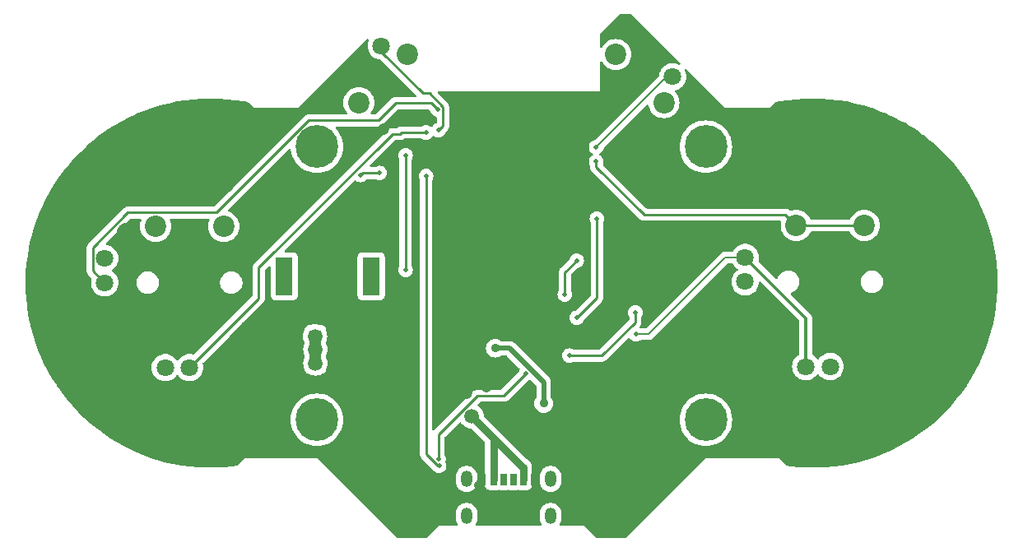
<source format=gbr>
%TF.GenerationSoftware,KiCad,Pcbnew,8.0.2*%
%TF.CreationDate,2024-07-05T22:45:23+08:00*%
%TF.ProjectId,controller,636f6e74-726f-46c6-9c65-722e6b696361,rev?*%
%TF.SameCoordinates,Original*%
%TF.FileFunction,Copper,L2,Bot*%
%TF.FilePolarity,Positive*%
%FSLAX46Y46*%
G04 Gerber Fmt 4.6, Leading zero omitted, Abs format (unit mm)*
G04 Created by KiCad (PCBNEW 8.0.2) date 2024-07-05 22:45:23*
%MOMM*%
%LPD*%
G01*
G04 APERTURE LIST*
%TA.AperFunction,ComponentPad*%
%ADD10C,1.800000*%
%TD*%
%TA.AperFunction,ComponentPad*%
%ADD11C,2.200000*%
%TD*%
%TA.AperFunction,ComponentPad*%
%ADD12C,4.400000*%
%TD*%
%TA.AperFunction,ComponentPad*%
%ADD13C,2.500000*%
%TD*%
%TA.AperFunction,SMDPad,CuDef*%
%ADD14R,0.900000X1.200000*%
%TD*%
%TA.AperFunction,SMDPad,CuDef*%
%ADD15R,0.800000X1.200000*%
%TD*%
%TA.AperFunction,SMDPad,CuDef*%
%ADD16R,0.700000X1.200000*%
%TD*%
%TA.AperFunction,ComponentPad*%
%ADD17O,1.200000X1.700000*%
%TD*%
%TA.AperFunction,SMDPad,CuDef*%
%ADD18R,1.800000X3.900000*%
%TD*%
%TA.AperFunction,SMDPad,CuDef*%
%ADD19R,1.200000X4.000000*%
%TD*%
%TA.AperFunction,ViaPad*%
%ADD20C,0.500000*%
%TD*%
%TA.AperFunction,ViaPad*%
%ADD21C,0.900000*%
%TD*%
%TA.AperFunction,ViaPad*%
%ADD22C,1.200000*%
%TD*%
%TA.AperFunction,ViaPad*%
%ADD23C,1.500000*%
%TD*%
%TA.AperFunction,Conductor*%
%ADD24C,0.250000*%
%TD*%
%TA.AperFunction,Conductor*%
%ADD25C,0.200000*%
%TD*%
%TA.AperFunction,Conductor*%
%ADD26C,0.500000*%
%TD*%
%TA.AperFunction,Conductor*%
%ADD27C,0.300000*%
%TD*%
%TA.AperFunction,Conductor*%
%ADD28C,0.800000*%
%TD*%
G04 APERTURE END LIST*
D10*
%TO.P,SW4,1,1*%
%TO.N,GND*%
X136692893Y-56525126D03*
%TO.P,SW4,2,2*%
%TO.N,/IO3*%
X139874874Y-59707107D03*
D11*
%TO.P,SW4,3,3*%
%TO.N,unconnected-(SW4-Pad3)*%
X138990990Y-62358757D03*
%TO.P,SW4,4,4*%
%TO.N,unconnected-(SW4-Pad4)*%
X134041243Y-57409010D03*
%TD*%
D12*
%TO.P,H1,1*%
%TO.N,N/C*%
X103300000Y-95000000D03*
%TD*%
D11*
%TO.P,SW2,d,d*%
%TO.N,GND*%
X86700000Y-70600000D03*
%TO.P,SW2,c,c*%
%TO.N,/L_BUTTON*%
X86700000Y-75100000D03*
%TO.P,SW2,b,b*%
%TO.N,GND*%
X93700000Y-70600000D03*
%TO.P,SW2,a,a*%
%TO.N,/L_BUTTON*%
X93700000Y-75100000D03*
D13*
%TO.P,SW2,10,GND*%
%TO.N,GND*%
X83855000Y-85892000D03*
%TO.P,SW2,9,GND*%
X83855000Y-75892000D03*
%TO.P,SW2,8,GND*%
X96505000Y-75892000D03*
%TO.P,SW2,7,GND*%
X96505000Y-85892000D03*
D10*
%TO.P,SW2,6,B*%
X92681000Y-89622000D03*
%TO.P,SW2,5,DTA*%
%TO.N,/ADC1_CH4*%
X90180000Y-89622000D03*
%TO.P,SW2,4,A*%
%TO.N,+3V3*%
X87681000Y-89622000D03*
%TO.P,SW2,3,A*%
%TO.N,GND*%
X81451000Y-83392000D03*
%TO.P,SW2,2,DTA*%
%TO.N,/ADC1_CH0*%
X81451000Y-80892000D03*
%TO.P,SW2,1,B*%
%TO.N,+3V3*%
X81451000Y-78392000D03*
%TD*%
D12*
%TO.P,H3,1*%
%TO.N,N/C*%
X143300000Y-95000000D03*
%TD*%
%TO.P,H4,1*%
%TO.N,N/C*%
X103300000Y-66900000D03*
%TD*%
D11*
%TO.P,SW3,d,d*%
%TO.N,GND*%
X152600000Y-70500000D03*
%TO.P,SW3,c,c*%
%TO.N,/R_BUTTON*%
X152600000Y-75000000D03*
%TO.P,SW3,b,b*%
%TO.N,GND*%
X159600000Y-70500000D03*
%TO.P,SW3,a,a*%
%TO.N,/R_BUTTON*%
X159600000Y-75000000D03*
D13*
%TO.P,SW3,10,GND*%
%TO.N,GND*%
X149755000Y-85792000D03*
%TO.P,SW3,9,GND*%
X149755000Y-75792000D03*
%TO.P,SW3,8,GND*%
X162405000Y-75792000D03*
%TO.P,SW3,7,GND*%
X162405000Y-85792000D03*
D10*
%TO.P,SW3,6,B*%
X158581000Y-89522000D03*
%TO.P,SW3,5,DTA*%
%TO.N,/ADC1_CH2*%
X156080000Y-89522000D03*
%TO.P,SW3,4,A*%
%TO.N,+3V3*%
X153581000Y-89522000D03*
%TO.P,SW3,3,A*%
%TO.N,GND*%
X147351000Y-83292000D03*
%TO.P,SW3,2,DTA*%
%TO.N,/ADC1_CH1*%
X147351000Y-80792000D03*
%TO.P,SW3,1,B*%
%TO.N,+3V3*%
X147351000Y-78292000D03*
%TD*%
D12*
%TO.P,H2,1*%
%TO.N,N/C*%
X143300000Y-66900000D03*
%TD*%
D14*
%TO.P,J1,B12,GND*%
%TO.N,GND*%
X125750000Y-101120000D03*
D15*
%TO.P,J1,B9,VBUS*%
%TO.N,Net-(U1-VCC)*%
X124520000Y-101120000D03*
D16*
%TO.P,J1,B5,CC2*%
%TO.N,unconnected-(J1-CC2-PadB5)*%
X122500000Y-101120000D03*
D14*
%TO.P,J1,A12,GND*%
%TO.N,GND*%
X120250000Y-101120000D03*
D15*
%TO.P,J1,A9,VBUS*%
%TO.N,Net-(U1-VCC)*%
X121480000Y-101120000D03*
D16*
%TO.P,J1,A5,CC1*%
%TO.N,unconnected-(J1-CC1-PadA5)*%
X123500000Y-101120000D03*
D17*
%TO.P,J1,16*%
%TO.N,N/C*%
X118680000Y-104900000D03*
%TO.P,J1,15*%
X127320000Y-104900000D03*
%TO.P,J1,14*%
X118680000Y-101100000D03*
%TO.P,J1,13*%
X127320000Y-101100000D03*
%TD*%
D18*
%TO.P,J2,4*%
%TO.N,N/C*%
X99930000Y-80225000D03*
%TO.P,J2,3*%
X108870000Y-80225000D03*
D19*
%TO.P,J2,2,Pin_2*%
%TO.N,GND*%
X105670000Y-87775000D03*
%TO.P,J2,1,Pin_1*%
%TO.N,+BATT*%
X103130000Y-87775000D03*
%TD*%
D10*
%TO.P,SW7,1,1*%
%TO.N,GND*%
X106725126Y-59707107D03*
%TO.P,SW7,2,2*%
%TO.N,/IO9*%
X109907107Y-56525126D03*
D11*
%TO.P,SW7,3,3*%
%TO.N,unconnected-(SW7-Pad3)*%
X112558757Y-57409010D03*
%TO.P,SW7,4,4*%
%TO.N,unconnected-(SW7-Pad4)*%
X107609010Y-62358757D03*
%TD*%
D20*
%TO.N,/IO9*%
X115799999Y-65213173D03*
%TO.N,/EN*%
X130002494Y-78598753D03*
X128800000Y-82100000D03*
D21*
%TO.N,GND*%
X129000000Y-100600000D03*
D22*
X112900000Y-63962500D03*
D21*
X126612500Y-87725000D03*
D22*
X111981524Y-91494024D03*
X116200000Y-75000000D03*
X135361286Y-89066456D03*
X110100000Y-65062500D03*
X133923177Y-92608463D03*
X130400000Y-104100000D03*
X120737501Y-91607264D03*
X116100000Y-104500000D03*
D21*
X119848624Y-101793644D03*
X113200000Y-81350000D03*
X128800000Y-84100000D03*
D22*
X138512500Y-91387500D03*
X124210000Y-69200000D03*
X131112500Y-90900000D03*
X118650351Y-92296290D03*
D20*
%TO.N,+3V3*%
X136130913Y-86206587D03*
D23*
%TO.N,Net-(U1-VCC)*%
X119212500Y-94650000D03*
%TO.N,+BATT*%
X103100000Y-86400000D03*
X103130000Y-89200000D03*
X103130000Y-87775000D03*
D21*
%TO.N,VCC*%
X126612500Y-93325000D03*
X121634522Y-87645000D03*
D20*
%TO.N,/RGB*%
X114525107Y-69932822D03*
X115856585Y-99756589D03*
%TO.N,/POWER_EN*%
X136044759Y-83955239D03*
X129275000Y-88400000D03*
%TO.N,/ADC1_CH4*%
X114525107Y-65432822D03*
%TO.N,/IO3*%
X132025107Y-66932822D03*
%TO.N,Net-(D4-C)*%
X115800000Y-99000000D03*
X124762500Y-90275000D03*
%TO.N,/KEY*%
X132100000Y-74300000D03*
X130038857Y-84499519D03*
%TO.N,/R_BUTTON*%
X132025107Y-68432822D03*
%TO.N,/ADC1_CH0*%
X115687380Y-63047786D03*
%TO.N,/BEEPER*%
X112400000Y-79562500D03*
X112400000Y-67800000D03*
%TO.N,/L_BUTTON*%
X107800000Y-69800000D03*
X109750000Y-69600000D03*
%TD*%
D24*
%TO.N,/ADC1_CH0*%
X113200000Y-62400000D02*
X111400000Y-62400000D01*
X113600000Y-62400000D02*
X113200000Y-62400000D01*
X115039594Y-62400000D02*
X113600000Y-62400000D01*
%TO.N,/IO9*%
X109907107Y-57107107D02*
X109907107Y-56525126D01*
X114200000Y-61400000D02*
X109907107Y-57107107D01*
X114852767Y-61400000D02*
X114200000Y-61400000D01*
X116262380Y-62809613D02*
X114852767Y-61400000D01*
X116262380Y-64750792D02*
X116262380Y-62809613D01*
X115799999Y-65213173D02*
X116262380Y-64750792D01*
%TO.N,/ADC1_CH0*%
X80226000Y-79667000D02*
X81451000Y-80892000D01*
X80226000Y-77293613D02*
X80226000Y-79667000D01*
X83844613Y-73675000D02*
X80226000Y-77293613D01*
X102429110Y-64200000D02*
X92954110Y-73675000D01*
X109600000Y-64200000D02*
X102429110Y-64200000D01*
X115687380Y-63047786D02*
X115039594Y-62400000D01*
X92954110Y-73675000D02*
X83844613Y-73675000D01*
X111400000Y-62400000D02*
X109600000Y-64200000D01*
D25*
%TO.N,/IO3*%
X139250822Y-59707107D02*
X139874874Y-59707107D01*
X132025107Y-66932822D02*
X139250822Y-59707107D01*
D24*
%TO.N,/EN*%
X130002494Y-78598753D02*
X128800000Y-79801247D01*
X128800000Y-79801247D02*
X128800000Y-82100000D01*
D26*
%TO.N,GND*%
X119848624Y-101793644D02*
X119848624Y-101521376D01*
X119848624Y-101521376D02*
X120250000Y-101120000D01*
X120250000Y-101270000D02*
X120250000Y-101120000D01*
D27*
%TO.N,+3V3*%
X153581000Y-84522000D02*
X147351000Y-78292000D01*
D25*
X136130913Y-86206587D02*
X137373913Y-86206587D01*
X137373913Y-86206587D02*
X145288500Y-78292000D01*
X145288500Y-78292000D02*
X147351000Y-78292000D01*
D27*
X153581000Y-89522000D02*
X153581000Y-84522000D01*
D28*
%TO.N,Net-(U1-VCC)*%
X124520000Y-99880000D02*
X124520000Y-100400000D01*
X121480000Y-96917500D02*
X119212500Y-94650000D01*
X124520000Y-100400000D02*
X124520000Y-101120000D01*
X121480000Y-101120000D02*
X121480000Y-96917500D01*
X124520000Y-100400000D02*
X124520000Y-99957500D01*
X124520000Y-99957500D02*
X119212500Y-94650000D01*
%TO.N,+BATT*%
X103130000Y-86430000D02*
X103100000Y-86400000D01*
X103130000Y-87775000D02*
X103130000Y-86430000D01*
D26*
%TO.N,VCC*%
X126612500Y-93325000D02*
X126612500Y-91135050D01*
X123122450Y-87645000D02*
X121634522Y-87645000D01*
X126612500Y-91135050D02*
X123122450Y-87645000D01*
D25*
%TO.N,/RGB*%
X114537607Y-96427925D02*
X114537607Y-96000000D01*
D24*
X115856585Y-99756589D02*
X115743416Y-99756589D01*
D25*
X115856585Y-99756589D02*
X115778771Y-99756589D01*
D24*
X114525107Y-98538280D02*
X114525107Y-69932822D01*
X114525107Y-98502925D02*
X114525107Y-96012500D01*
D25*
X115778771Y-99756589D02*
X114525107Y-98502925D01*
D24*
X115743416Y-99756589D02*
X114525107Y-98538280D01*
X114525107Y-96012500D02*
X114537607Y-96000000D01*
%TO.N,/POWER_EN*%
X136044759Y-83955239D02*
X136044759Y-84955241D01*
X132600000Y-88400000D02*
X129275000Y-88400000D01*
X132600000Y-88400000D02*
X136044759Y-84955241D01*
%TO.N,/ADC1_CH4*%
X114525107Y-65432822D02*
X111967178Y-65432822D01*
X111800000Y-65600000D02*
X111055000Y-65600000D01*
X97302000Y-79353000D02*
X97302000Y-82500000D01*
X111967178Y-65432822D02*
X111800000Y-65600000D01*
X97302000Y-82500000D02*
X90180000Y-89622000D01*
X111055000Y-65600000D02*
X97302000Y-79353000D01*
D25*
%TO.N,/IO3*%
X131867178Y-66932822D02*
X132025107Y-66932822D01*
D24*
%TO.N,Net-(D4-C)*%
X115800000Y-99000000D02*
X115800000Y-96542220D01*
X119809956Y-92532264D02*
X122505236Y-92532264D01*
X115800000Y-96542220D02*
X119809956Y-92532264D01*
X122505236Y-92532264D02*
X124762500Y-90275000D01*
%TO.N,/KEY*%
X132100000Y-82438376D02*
X132100000Y-74300000D01*
X130038857Y-84499519D02*
X132100000Y-82438376D01*
%TO.N,/R_BUTTON*%
X132025107Y-68432822D02*
X132025107Y-68975107D01*
X136950001Y-73900001D02*
X151500001Y-73900001D01*
X132025107Y-68975107D02*
X136950001Y-73900001D01*
X151500001Y-73900001D02*
X152600000Y-75000000D01*
X159600000Y-75000000D02*
X152600000Y-75000000D01*
%TO.N,/BEEPER*%
X112400000Y-79562500D02*
X112400000Y-67800000D01*
%TO.N,/L_BUTTON*%
X108000000Y-69600000D02*
X107800000Y-69800000D01*
X109750000Y-69600000D02*
X108000000Y-69600000D01*
%TD*%
%TA.AperFunction,Conductor*%
%TO.N,GND*%
G36*
X135635564Y-53249691D02*
G01*
X135656206Y-53266325D01*
X140645445Y-58255564D01*
X140678930Y-58316887D01*
X140673946Y-58386579D01*
X140632074Y-58442512D01*
X140566610Y-58466929D01*
X140498747Y-58452300D01*
X140439383Y-58420174D01*
X140439380Y-58420173D01*
X140439377Y-58420171D01*
X140439371Y-58420169D01*
X140439369Y-58420168D01*
X140219858Y-58344809D01*
X140048156Y-58316157D01*
X139990923Y-58306607D01*
X139758825Y-58306607D01*
X139713038Y-58314247D01*
X139529889Y-58344809D01*
X139310378Y-58420168D01*
X139310369Y-58420171D01*
X139106245Y-58530638D01*
X139106239Y-58530642D01*
X138923096Y-58673188D01*
X138923093Y-58673191D01*
X138765890Y-58843959D01*
X138638949Y-59038258D01*
X138545716Y-59250806D01*
X138488740Y-59475798D01*
X138488738Y-59475810D01*
X138479469Y-59587677D01*
X138454316Y-59652862D01*
X138443574Y-59665118D01*
X131949866Y-66158826D01*
X131888543Y-66192311D01*
X131876073Y-66194365D01*
X131867780Y-66195299D01*
X131857048Y-66196509D01*
X131857047Y-66196509D01*
X131697414Y-66252366D01*
X131697409Y-66252369D01*
X131554222Y-66342340D01*
X131554216Y-66342345D01*
X131434630Y-66461931D01*
X131344651Y-66605132D01*
X131320302Y-66674715D01*
X131310656Y-66695744D01*
X131307602Y-66701034D01*
X131307601Y-66701036D01*
X131297385Y-66739160D01*
X131294656Y-66748007D01*
X131288793Y-66764765D01*
X131288792Y-66764768D01*
X131288575Y-66766698D01*
X131285132Y-66784887D01*
X131266678Y-66853760D01*
X131266678Y-67011878D01*
X131285132Y-67080751D01*
X131288578Y-67098962D01*
X131288794Y-67100882D01*
X131288795Y-67100886D01*
X131294658Y-67117645D01*
X131297388Y-67126495D01*
X131307599Y-67164601D01*
X131307600Y-67164604D01*
X131307601Y-67164606D01*
X131310653Y-67169892D01*
X131320303Y-67190931D01*
X131344650Y-67260510D01*
X131344655Y-67260521D01*
X131434625Y-67403706D01*
X131434630Y-67403712D01*
X131554216Y-67523298D01*
X131554219Y-67523300D01*
X131640999Y-67577829D01*
X131687290Y-67630164D01*
X131697937Y-67699217D01*
X131669562Y-67763066D01*
X131640999Y-67787815D01*
X131554219Y-67842343D01*
X131554216Y-67842345D01*
X131434630Y-67961931D01*
X131434625Y-67961937D01*
X131344654Y-68105124D01*
X131344652Y-68105127D01*
X131288792Y-68264765D01*
X131269858Y-68432819D01*
X131269858Y-68432824D01*
X131288793Y-68600879D01*
X131344650Y-68760512D01*
X131380600Y-68817724D01*
X131399607Y-68883697D01*
X131399607Y-69036718D01*
X131423642Y-69157551D01*
X131423647Y-69157568D01*
X131470792Y-69271388D01*
X131470795Y-69271393D01*
X131492390Y-69303711D01*
X131492391Y-69303714D01*
X131492392Y-69303714D01*
X131539248Y-69373839D01*
X131539251Y-69373843D01*
X131630693Y-69465285D01*
X131630715Y-69465305D01*
X136461017Y-74295607D01*
X136461046Y-74295638D01*
X136551265Y-74385857D01*
X136551268Y-74385859D01*
X136628191Y-74437257D01*
X136653711Y-74454310D01*
X136653713Y-74454311D01*
X136653716Y-74454313D01*
X136720397Y-74481932D01*
X136720399Y-74481934D01*
X136760641Y-74498602D01*
X136767549Y-74501464D01*
X136779741Y-74503889D01*
X136888391Y-74525500D01*
X136888393Y-74525501D01*
X136888394Y-74525501D01*
X136888395Y-74525501D01*
X150910645Y-74525501D01*
X150977684Y-74545186D01*
X151023439Y-74597990D01*
X151033383Y-74667148D01*
X151031219Y-74678447D01*
X151014318Y-74748847D01*
X151014317Y-74748852D01*
X151013675Y-74757014D01*
X150994551Y-75000000D01*
X151014317Y-75251151D01*
X151073126Y-75496110D01*
X151169533Y-75728859D01*
X151301160Y-75943653D01*
X151301161Y-75943656D01*
X151301164Y-75943659D01*
X151464776Y-76135224D01*
X151581860Y-76235223D01*
X151656343Y-76298838D01*
X151656346Y-76298839D01*
X151871140Y-76430466D01*
X152103889Y-76526873D01*
X152348852Y-76585683D01*
X152600000Y-76605449D01*
X152851148Y-76585683D01*
X153096111Y-76526873D01*
X153328859Y-76430466D01*
X153543659Y-76298836D01*
X153735224Y-76135224D01*
X153898836Y-75943659D01*
X154030466Y-75728859D01*
X154041572Y-75702048D01*
X154085412Y-75647644D01*
X154151706Y-75625579D01*
X154156133Y-75625500D01*
X158043867Y-75625500D01*
X158110906Y-75645185D01*
X158156661Y-75697989D01*
X158158428Y-75702048D01*
X158169532Y-75728856D01*
X158169533Y-75728858D01*
X158301160Y-75943653D01*
X158301161Y-75943656D01*
X158301164Y-75943659D01*
X158464776Y-76135224D01*
X158581860Y-76235223D01*
X158656343Y-76298838D01*
X158656346Y-76298839D01*
X158871140Y-76430466D01*
X159103889Y-76526873D01*
X159348852Y-76585683D01*
X159600000Y-76605449D01*
X159851148Y-76585683D01*
X160096111Y-76526873D01*
X160328859Y-76430466D01*
X160543659Y-76298836D01*
X160735224Y-76135224D01*
X160898836Y-75943659D01*
X161030466Y-75728859D01*
X161126873Y-75496111D01*
X161185683Y-75251148D01*
X161205449Y-75000000D01*
X161185683Y-74748852D01*
X161126873Y-74503889D01*
X161099272Y-74437254D01*
X161030466Y-74271140D01*
X160898839Y-74056346D01*
X160898838Y-74056343D01*
X160861875Y-74013066D01*
X160735224Y-73864776D01*
X160608571Y-73756604D01*
X160543656Y-73701161D01*
X160543653Y-73701160D01*
X160328859Y-73569533D01*
X160096110Y-73473126D01*
X159851151Y-73414317D01*
X159600000Y-73394551D01*
X159348848Y-73414317D01*
X159103889Y-73473126D01*
X158871140Y-73569533D01*
X158656346Y-73701160D01*
X158656343Y-73701161D01*
X158464776Y-73864776D01*
X158301161Y-74056343D01*
X158301160Y-74056346D01*
X158169533Y-74271141D01*
X158169532Y-74271143D01*
X158158428Y-74297952D01*
X158114588Y-74352356D01*
X158048294Y-74374421D01*
X158043867Y-74374500D01*
X154156133Y-74374500D01*
X154089094Y-74354815D01*
X154043339Y-74302011D01*
X154041572Y-74297952D01*
X154030467Y-74271143D01*
X154030466Y-74271141D01*
X153898839Y-74056346D01*
X153898838Y-74056343D01*
X153861875Y-74013066D01*
X153735224Y-73864776D01*
X153608571Y-73756604D01*
X153543656Y-73701161D01*
X153543653Y-73701160D01*
X153328859Y-73569533D01*
X153096110Y-73473126D01*
X152851151Y-73414317D01*
X152600000Y-73394551D01*
X152348848Y-73414317D01*
X152103889Y-73473126D01*
X152077075Y-73484233D01*
X152007605Y-73491700D01*
X151945126Y-73460424D01*
X151941942Y-73457351D01*
X151898737Y-73414145D01*
X151898734Y-73414142D01*
X151845711Y-73378714D01*
X151796287Y-73345689D01*
X151796284Y-73345687D01*
X151796283Y-73345687D01*
X151766548Y-73333371D01*
X151715793Y-73312348D01*
X151682453Y-73298538D01*
X151682449Y-73298537D01*
X151682445Y-73298536D01*
X151570481Y-73276265D01*
X151570480Y-73276265D01*
X151561612Y-73274501D01*
X151561608Y-73274501D01*
X151561607Y-73274501D01*
X137260453Y-73274501D01*
X137193414Y-73254816D01*
X137172772Y-73238182D01*
X132757945Y-68823355D01*
X132724460Y-68762032D01*
X132728585Y-68694719D01*
X132761420Y-68600882D01*
X132761420Y-68600881D01*
X132780356Y-68432824D01*
X132780356Y-68432819D01*
X132761421Y-68264765D01*
X132705561Y-68105127D01*
X132705559Y-68105124D01*
X132615588Y-67961937D01*
X132615583Y-67961931D01*
X132495997Y-67842345D01*
X132409215Y-67787816D01*
X132362924Y-67735481D01*
X132352276Y-67666427D01*
X132380651Y-67602579D01*
X132409215Y-67577828D01*
X132495997Y-67523299D01*
X132615584Y-67403712D01*
X132662460Y-67329110D01*
X132705559Y-67260519D01*
X132705562Y-67260513D01*
X132705563Y-67260512D01*
X132761420Y-67100881D01*
X132763563Y-67081859D01*
X132790626Y-67017447D01*
X132799092Y-67008070D01*
X132907162Y-66900000D01*
X140594564Y-66900000D01*
X140614289Y-67226099D01*
X140673178Y-67547452D01*
X140770366Y-67859342D01*
X140770370Y-67859354D01*
X140770373Y-67859361D01*
X140904455Y-68157279D01*
X140961036Y-68250875D01*
X141073473Y-68436868D01*
X141274954Y-68694039D01*
X141505960Y-68925045D01*
X141763131Y-69126526D01*
X141763134Y-69126528D01*
X141763137Y-69126530D01*
X142042721Y-69295545D01*
X142340639Y-69429627D01*
X142340652Y-69429631D01*
X142340657Y-69429633D01*
X142652547Y-69526821D01*
X142973896Y-69585710D01*
X143300000Y-69605436D01*
X143626104Y-69585710D01*
X143947453Y-69526821D01*
X144259361Y-69429627D01*
X144557279Y-69295545D01*
X144836863Y-69126530D01*
X145094036Y-68925048D01*
X145325048Y-68694036D01*
X145526530Y-68436863D01*
X145695545Y-68157279D01*
X145829627Y-67859361D01*
X145926821Y-67547453D01*
X145985710Y-67226104D01*
X146005436Y-66900000D01*
X145985710Y-66573896D01*
X145926821Y-66252547D01*
X145900829Y-66169135D01*
X145829633Y-65940657D01*
X145829631Y-65940652D01*
X145829627Y-65940639D01*
X145695545Y-65642721D01*
X145526530Y-65363137D01*
X145526528Y-65363134D01*
X145526526Y-65363131D01*
X145325045Y-65105960D01*
X145094039Y-64874954D01*
X144836868Y-64673473D01*
X144829306Y-64668901D01*
X144557279Y-64504455D01*
X144259361Y-64370373D01*
X144259354Y-64370370D01*
X144259342Y-64370366D01*
X143947452Y-64273178D01*
X143626099Y-64214289D01*
X143300000Y-64194564D01*
X142973900Y-64214289D01*
X142652547Y-64273178D01*
X142340657Y-64370366D01*
X142340641Y-64370372D01*
X142340639Y-64370373D01*
X142154412Y-64454187D01*
X142104035Y-64476860D01*
X142042721Y-64504455D01*
X141995970Y-64532717D01*
X141763131Y-64673473D01*
X141505960Y-64874954D01*
X141274954Y-65105960D01*
X141073473Y-65363131D01*
X140966029Y-65540865D01*
X140904455Y-65642721D01*
X140786993Y-65903712D01*
X140770372Y-65940642D01*
X140770366Y-65940657D01*
X140673178Y-66252547D01*
X140614289Y-66573900D01*
X140594564Y-66900000D01*
X132907162Y-66900000D01*
X137208464Y-62598698D01*
X137269785Y-62565215D01*
X137339477Y-62570199D01*
X137395410Y-62612071D01*
X137416717Y-62657434D01*
X137464116Y-62854867D01*
X137560523Y-63087616D01*
X137692150Y-63302410D01*
X137692151Y-63302413D01*
X137747594Y-63367328D01*
X137855766Y-63493981D01*
X137990736Y-63609256D01*
X138047333Y-63657595D01*
X138047336Y-63657596D01*
X138262130Y-63789223D01*
X138456174Y-63869598D01*
X138494879Y-63885630D01*
X138739842Y-63944440D01*
X138990990Y-63964206D01*
X139242138Y-63944440D01*
X139487101Y-63885630D01*
X139719849Y-63789223D01*
X139934649Y-63657593D01*
X140126214Y-63493981D01*
X140289826Y-63302416D01*
X140421456Y-63087616D01*
X140517863Y-62854868D01*
X140576673Y-62609905D01*
X140596439Y-62358757D01*
X140576673Y-62107609D01*
X140517863Y-61862646D01*
X140491308Y-61798537D01*
X140421456Y-61629897D01*
X140289829Y-61415103D01*
X140289828Y-61415101D01*
X140289827Y-61415100D01*
X140289826Y-61415098D01*
X140164044Y-61267826D01*
X140135475Y-61204069D01*
X140145912Y-61134983D01*
X140192043Y-61082507D01*
X140218073Y-61070017D01*
X140271679Y-61051613D01*
X140439377Y-60994043D01*
X140643500Y-60883577D01*
X140826658Y-60741020D01*
X140983853Y-60570260D01*
X141110798Y-60375956D01*
X141204031Y-60163407D01*
X141261008Y-59938412D01*
X141280174Y-59707107D01*
X141280174Y-59707100D01*
X141261009Y-59475809D01*
X141261007Y-59475798D01*
X141204031Y-59250806D01*
X141127510Y-59076357D01*
X141118607Y-59007057D01*
X141148584Y-58943945D01*
X141207923Y-58907058D01*
X141277785Y-58908108D01*
X141328747Y-58938866D01*
X145319887Y-62930006D01*
X149819962Y-62930006D01*
X149819963Y-62930006D01*
X150387898Y-62362094D01*
X150449220Y-62328612D01*
X150450720Y-62328296D01*
X150839354Y-62248961D01*
X150844212Y-62248070D01*
X151700453Y-62108912D01*
X151706006Y-62108141D01*
X152567362Y-62008486D01*
X152572965Y-62007968D01*
X153438000Y-61947967D01*
X153443658Y-61947705D01*
X154310487Y-61927488D01*
X154316147Y-61927487D01*
X155182988Y-61947090D01*
X155188646Y-61947348D01*
X156053724Y-62006737D01*
X156059328Y-62007251D01*
X156920710Y-62106291D01*
X156926350Y-62107070D01*
X157782258Y-62245553D01*
X157787852Y-62246590D01*
X158636548Y-62424236D01*
X158642053Y-62425521D01*
X159481649Y-62641936D01*
X159487129Y-62643483D01*
X160315920Y-62898224D01*
X160321324Y-62900022D01*
X160397738Y-62927408D01*
X161137550Y-63192551D01*
X161142813Y-63194575D01*
X161582842Y-63375483D01*
X161944758Y-63524277D01*
X161949974Y-63526563D01*
X162735908Y-63892727D01*
X162741013Y-63895250D01*
X163509295Y-64297108D01*
X163514280Y-64299863D01*
X163778968Y-64454187D01*
X164162107Y-64677573D01*
X164263320Y-64736584D01*
X164268168Y-64739562D01*
X164743959Y-65047079D01*
X164996337Y-65210197D01*
X165001043Y-65213393D01*
X165602780Y-65642725D01*
X165706858Y-65716983D01*
X165711417Y-65720396D01*
X166393366Y-66255862D01*
X166397763Y-66259481D01*
X166632547Y-66461931D01*
X167054413Y-66825700D01*
X167058615Y-66829495D01*
X167688577Y-67425269D01*
X167692600Y-67429252D01*
X168206396Y-67961937D01*
X168294539Y-68053320D01*
X168298395Y-68057506D01*
X168386151Y-68157276D01*
X168871036Y-68708543D01*
X168874698Y-68712904D01*
X169416843Y-69389548D01*
X169420301Y-69394073D01*
X169930810Y-70094901D01*
X169934056Y-70099580D01*
X170411835Y-70823089D01*
X170414864Y-70827913D01*
X170858932Y-71572619D01*
X170861735Y-71577576D01*
X171271128Y-72341861D01*
X171273701Y-72346941D01*
X171647581Y-73129242D01*
X171649918Y-73134436D01*
X171987470Y-73933044D01*
X171989567Y-73938339D01*
X172290114Y-74751656D01*
X172291964Y-74757041D01*
X172554838Y-75583256D01*
X172556440Y-75588722D01*
X172781103Y-76426154D01*
X172782452Y-76431687D01*
X172968431Y-77278559D01*
X172969524Y-77284148D01*
X173116417Y-78138638D01*
X173117253Y-78144271D01*
X173224761Y-79004632D01*
X173225337Y-79010298D01*
X173293224Y-79874660D01*
X173293540Y-79880346D01*
X173321671Y-80746944D01*
X173321725Y-80752639D01*
X173310036Y-81619612D01*
X173309828Y-81625303D01*
X173258345Y-82490790D01*
X173257877Y-82496466D01*
X173166706Y-83358721D01*
X173165977Y-83364369D01*
X173035316Y-84221495D01*
X173034329Y-84227104D01*
X172864445Y-85077354D01*
X172863201Y-85082911D01*
X172654461Y-85924448D01*
X172652963Y-85929943D01*
X172405806Y-86760997D01*
X172404058Y-86766417D01*
X172118991Y-87585286D01*
X172116997Y-87590614D01*
X171794646Y-88395500D01*
X171792413Y-88400723D01*
X171433443Y-89189958D01*
X171430967Y-89195087D01*
X171036131Y-89967023D01*
X171033422Y-89972032D01*
X170603570Y-90725007D01*
X170600634Y-90729887D01*
X170136639Y-91462365D01*
X170133481Y-91467104D01*
X169636383Y-92177451D01*
X169633012Y-92182041D01*
X169103788Y-92868856D01*
X169100209Y-92873286D01*
X168540027Y-93535057D01*
X168536249Y-93539318D01*
X167946273Y-94174670D01*
X167942303Y-94178754D01*
X167323757Y-94786365D01*
X167319604Y-94790261D01*
X166673829Y-95368815D01*
X166669501Y-95372517D01*
X165997837Y-95920815D01*
X165993344Y-95924314D01*
X165297204Y-96441201D01*
X165292554Y-96444490D01*
X164573436Y-96928855D01*
X164568641Y-96931927D01*
X163828038Y-97382764D01*
X163823107Y-97385613D01*
X163062565Y-97801982D01*
X163057533Y-97804588D01*
X162476351Y-98088896D01*
X162278680Y-98185595D01*
X162273508Y-98187979D01*
X161477974Y-98532826D01*
X161472698Y-98534970D01*
X160662202Y-98842914D01*
X160656834Y-98844814D01*
X159833040Y-99115223D01*
X159827589Y-99116875D01*
X158992232Y-99349178D01*
X158986712Y-99350577D01*
X158141580Y-99544278D01*
X158136032Y-99545416D01*
X157282872Y-99700113D01*
X157277277Y-99700996D01*
X156417925Y-99816354D01*
X156412264Y-99816982D01*
X155548532Y-99892761D01*
X155542849Y-99893128D01*
X154676564Y-99929168D01*
X154670870Y-99929274D01*
X153803827Y-99925500D01*
X153798134Y-99925344D01*
X152932193Y-99881764D01*
X152926514Y-99881347D01*
X152063156Y-99798022D01*
X152058196Y-99797443D01*
X151669750Y-99744093D01*
X151669654Y-99744079D01*
X151605917Y-99715457D01*
X151598856Y-99708924D01*
X150819963Y-98930006D01*
X150819962Y-98930006D01*
X143320013Y-98930006D01*
X135156257Y-107093763D01*
X135094934Y-107127248D01*
X135068576Y-107130082D01*
X132071326Y-107130082D01*
X132004287Y-107110397D01*
X131983644Y-107093762D01*
X130819913Y-105930006D01*
X130819912Y-105930006D01*
X128356949Y-105930006D01*
X128289910Y-105910321D01*
X128244155Y-105857517D01*
X128234211Y-105788359D01*
X128256632Y-105733119D01*
X128261232Y-105726788D01*
X128339873Y-105572445D01*
X128393402Y-105407701D01*
X128420500Y-105236611D01*
X128420500Y-104563389D01*
X128393402Y-104392299D01*
X128339873Y-104227555D01*
X128261232Y-104073212D01*
X128159414Y-103933072D01*
X128036928Y-103810586D01*
X127896788Y-103708768D01*
X127742445Y-103630127D01*
X127577701Y-103576598D01*
X127577699Y-103576597D01*
X127577698Y-103576597D01*
X127446271Y-103555781D01*
X127406611Y-103549500D01*
X127233389Y-103549500D01*
X127193728Y-103555781D01*
X127062302Y-103576597D01*
X126897552Y-103630128D01*
X126743211Y-103708768D01*
X126663256Y-103766859D01*
X126603072Y-103810586D01*
X126603070Y-103810588D01*
X126603069Y-103810588D01*
X126480588Y-103933069D01*
X126480588Y-103933070D01*
X126480586Y-103933072D01*
X126436859Y-103993256D01*
X126378768Y-104073211D01*
X126300128Y-104227552D01*
X126246597Y-104392302D01*
X126219500Y-104563389D01*
X126219500Y-105236611D01*
X126246598Y-105407701D01*
X126300127Y-105572445D01*
X126378768Y-105726788D01*
X126383367Y-105733118D01*
X126406849Y-105798923D01*
X126391025Y-105866977D01*
X126340921Y-105915674D01*
X126283051Y-105930006D01*
X119716949Y-105930006D01*
X119649910Y-105910321D01*
X119604155Y-105857517D01*
X119594211Y-105788359D01*
X119616632Y-105733119D01*
X119621232Y-105726788D01*
X119699873Y-105572445D01*
X119753402Y-105407701D01*
X119780500Y-105236611D01*
X119780500Y-104563389D01*
X119753402Y-104392299D01*
X119699873Y-104227555D01*
X119621232Y-104073212D01*
X119519414Y-103933072D01*
X119396928Y-103810586D01*
X119256788Y-103708768D01*
X119102445Y-103630127D01*
X118937701Y-103576598D01*
X118937699Y-103576597D01*
X118937698Y-103576597D01*
X118806271Y-103555781D01*
X118766611Y-103549500D01*
X118593389Y-103549500D01*
X118553728Y-103555781D01*
X118422302Y-103576597D01*
X118257552Y-103630128D01*
X118103211Y-103708768D01*
X118023256Y-103766859D01*
X117963072Y-103810586D01*
X117963070Y-103810588D01*
X117963069Y-103810588D01*
X117840588Y-103933069D01*
X117840588Y-103933070D01*
X117840586Y-103933072D01*
X117796859Y-103993256D01*
X117738768Y-104073211D01*
X117660128Y-104227552D01*
X117606597Y-104392302D01*
X117579500Y-104563389D01*
X117579500Y-105236611D01*
X117606598Y-105407701D01*
X117660127Y-105572445D01*
X117738768Y-105726788D01*
X117743367Y-105733118D01*
X117766849Y-105798923D01*
X117751025Y-105866977D01*
X117700921Y-105915674D01*
X117643051Y-105930006D01*
X115819860Y-105930006D01*
X114656257Y-107093758D01*
X114594936Y-107127247D01*
X114568570Y-107130082D01*
X111571200Y-107130082D01*
X111504161Y-107110397D01*
X111483518Y-107093763D01*
X105153242Y-100763389D01*
X117579500Y-100763389D01*
X117579500Y-101436611D01*
X117606598Y-101607701D01*
X117658642Y-101767876D01*
X117660128Y-101772447D01*
X117688170Y-101827483D01*
X117738768Y-101926788D01*
X117840586Y-102066928D01*
X117963072Y-102189414D01*
X118103212Y-102291232D01*
X118257555Y-102369873D01*
X118422299Y-102423402D01*
X118593389Y-102450500D01*
X118593390Y-102450500D01*
X118766610Y-102450500D01*
X118766611Y-102450500D01*
X118937701Y-102423402D01*
X119102445Y-102369873D01*
X119256788Y-102291232D01*
X119396928Y-102189414D01*
X119519414Y-102066928D01*
X119621232Y-101926788D01*
X119699873Y-101772445D01*
X119753402Y-101607701D01*
X119780500Y-101436611D01*
X119780500Y-100763389D01*
X119753402Y-100592299D01*
X119699873Y-100427555D01*
X119621232Y-100273212D01*
X119519414Y-100133072D01*
X119396928Y-100010586D01*
X119256788Y-99908768D01*
X119102445Y-99830127D01*
X118937701Y-99776598D01*
X118937699Y-99776597D01*
X118937698Y-99776597D01*
X118806271Y-99755781D01*
X118766611Y-99749500D01*
X118593389Y-99749500D01*
X118553728Y-99755781D01*
X118422302Y-99776597D01*
X118257552Y-99830128D01*
X118103211Y-99908768D01*
X118050575Y-99947011D01*
X117963072Y-100010586D01*
X117963070Y-100010588D01*
X117963069Y-100010588D01*
X117840588Y-100133069D01*
X117840588Y-100133070D01*
X117840586Y-100133072D01*
X117796859Y-100193256D01*
X117738768Y-100273211D01*
X117660128Y-100427552D01*
X117660127Y-100427554D01*
X117660127Y-100427555D01*
X117638894Y-100492902D01*
X117606597Y-100592302D01*
X117579500Y-100763389D01*
X105153242Y-100763389D01*
X103319887Y-98930006D01*
X95819811Y-98930006D01*
X95819810Y-98930006D01*
X95040939Y-99708925D01*
X94979617Y-99742411D01*
X94970123Y-99744093D01*
X94581622Y-99797439D01*
X94576665Y-99798019D01*
X93713255Y-99881338D01*
X93707575Y-99881754D01*
X92841662Y-99925321D01*
X92835969Y-99925477D01*
X91968933Y-99929240D01*
X91963239Y-99929134D01*
X91096940Y-99893082D01*
X91091257Y-99892714D01*
X90227552Y-99816927D01*
X90221892Y-99816299D01*
X89362574Y-99700934D01*
X89356948Y-99700047D01*
X88503828Y-99545348D01*
X88498250Y-99544204D01*
X87653116Y-99350493D01*
X87647595Y-99349093D01*
X86812276Y-99116790D01*
X86806826Y-99115139D01*
X85983033Y-98844720D01*
X85977664Y-98842820D01*
X85167146Y-98534859D01*
X85161871Y-98532714D01*
X84366389Y-98187881D01*
X84361217Y-98185497D01*
X83582381Y-97804489D01*
X83577324Y-97801869D01*
X82816792Y-97385496D01*
X82811861Y-97382648D01*
X82071267Y-96931807D01*
X82066472Y-96928735D01*
X81347339Y-96444352D01*
X81342690Y-96441062D01*
X80898630Y-96111339D01*
X80646581Y-95924188D01*
X80642113Y-95920709D01*
X79970425Y-95372382D01*
X79966098Y-95368680D01*
X79554589Y-95000000D01*
X100594564Y-95000000D01*
X100614289Y-95326099D01*
X100673178Y-95647452D01*
X100770366Y-95959342D01*
X100770370Y-95959354D01*
X100770373Y-95959361D01*
X100904455Y-96257279D01*
X101039466Y-96480614D01*
X101073473Y-96536868D01*
X101274954Y-96794039D01*
X101505960Y-97025045D01*
X101763131Y-97226526D01*
X101763134Y-97226528D01*
X101763137Y-97226530D01*
X102042721Y-97395545D01*
X102340639Y-97529627D01*
X102340652Y-97529631D01*
X102340657Y-97529633D01*
X102652547Y-97626821D01*
X102973896Y-97685710D01*
X103300000Y-97705436D01*
X103626104Y-97685710D01*
X103947453Y-97626821D01*
X104259361Y-97529627D01*
X104557279Y-97395545D01*
X104836863Y-97226530D01*
X105094036Y-97025048D01*
X105325048Y-96794036D01*
X105526530Y-96536863D01*
X105695545Y-96257279D01*
X105829627Y-95959361D01*
X105926821Y-95647453D01*
X105985710Y-95326104D01*
X106005436Y-95000000D01*
X105985710Y-94673896D01*
X105926821Y-94352547D01*
X105898527Y-94261747D01*
X105829633Y-94040657D01*
X105829631Y-94040652D01*
X105829627Y-94040639D01*
X105695545Y-93742721D01*
X105526530Y-93463137D01*
X105526528Y-93463134D01*
X105526526Y-93463131D01*
X105325045Y-93205960D01*
X105094039Y-92974954D01*
X104836868Y-92773473D01*
X104820991Y-92763875D01*
X104557279Y-92604455D01*
X104259361Y-92470373D01*
X104259354Y-92470370D01*
X104259342Y-92470366D01*
X103947452Y-92373178D01*
X103626099Y-92314289D01*
X103300000Y-92294564D01*
X102973900Y-92314289D01*
X102652547Y-92373178D01*
X102340657Y-92470366D01*
X102340641Y-92470372D01*
X102340639Y-92470373D01*
X102150933Y-92555752D01*
X102042725Y-92604453D01*
X102042723Y-92604454D01*
X101763131Y-92773473D01*
X101505960Y-92974954D01*
X101274954Y-93205960D01*
X101073473Y-93463131D01*
X100946708Y-93672825D01*
X100904455Y-93742721D01*
X100778600Y-94022361D01*
X100770372Y-94040642D01*
X100770366Y-94040657D01*
X100673178Y-94352547D01*
X100614289Y-94673900D01*
X100594564Y-95000000D01*
X79554589Y-95000000D01*
X79320347Y-94790137D01*
X79316201Y-94786248D01*
X79127235Y-94600620D01*
X78697665Y-94178637D01*
X78693695Y-94174554D01*
X78103718Y-93539191D01*
X78099940Y-93534930D01*
X77780677Y-93157764D01*
X77539745Y-92873134D01*
X77536188Y-92868730D01*
X77006980Y-92181925D01*
X77003612Y-92177340D01*
X76831087Y-91930801D01*
X76506492Y-91466952D01*
X76503338Y-91462216D01*
X76039369Y-90729766D01*
X76036433Y-90724886D01*
X75606588Y-89971915D01*
X75603879Y-89966906D01*
X75528622Y-89819770D01*
X75209049Y-89194970D01*
X75206600Y-89189900D01*
X74847610Y-88400608D01*
X74845374Y-88395375D01*
X74779921Y-88231943D01*
X74523024Y-87590483D01*
X74521031Y-87585153D01*
X74511237Y-87557020D01*
X74235978Y-86766315D01*
X74234231Y-86760896D01*
X74213117Y-86689901D01*
X73987083Y-85929851D01*
X73985585Y-85924357D01*
X73844106Y-85353973D01*
X73776843Y-85082801D01*
X73775603Y-85077257D01*
X73763534Y-85016852D01*
X73605720Y-84226991D01*
X73604743Y-84221437D01*
X73474081Y-83364281D01*
X73473353Y-83358641D01*
X73458580Y-83218924D01*
X73382185Y-82496386D01*
X73381718Y-82490719D01*
X73330236Y-81625204D01*
X73330031Y-81619574D01*
X73318344Y-80752561D01*
X73318398Y-80746884D01*
X73321196Y-80660702D01*
X73346533Y-79880252D01*
X73346844Y-79874650D01*
X73414740Y-79010210D01*
X73415309Y-79004620D01*
X73522824Y-78144217D01*
X73523658Y-78138599D01*
X73525504Y-78127862D01*
X73670558Y-77284082D01*
X73671638Y-77278555D01*
X73857626Y-76431647D01*
X73858973Y-76426126D01*
X73893122Y-76298838D01*
X74083646Y-75588669D01*
X74085233Y-75583256D01*
X74348115Y-74757014D01*
X74349961Y-74751642D01*
X74350245Y-74750875D01*
X74650508Y-73938327D01*
X74652601Y-73933043D01*
X74696529Y-73829115D01*
X74990169Y-73134399D01*
X74992481Y-73129260D01*
X75366388Y-72346906D01*
X75368921Y-72341906D01*
X75778353Y-71577548D01*
X75781102Y-71572686D01*
X76225224Y-70827889D01*
X76228216Y-70823126D01*
X76706018Y-70099580D01*
X76709234Y-70094944D01*
X77219781Y-69394064D01*
X77223201Y-69389590D01*
X77765379Y-68712904D01*
X77768981Y-68708612D01*
X78341681Y-68057509D01*
X78345482Y-68053382D01*
X78947440Y-67429294D01*
X78951445Y-67425327D01*
X79581444Y-66829517D01*
X79585622Y-66825745D01*
X80242280Y-66259516D01*
X80246650Y-66255919D01*
X80928611Y-65720442D01*
X80933167Y-65717032D01*
X81409020Y-65377516D01*
X81638968Y-65213450D01*
X81643670Y-65210256D01*
X82371857Y-64739605D01*
X82376701Y-64736631D01*
X82376782Y-64736584D01*
X83125731Y-64299912D01*
X83130681Y-64297176D01*
X83899031Y-63895279D01*
X83904057Y-63892795D01*
X84690062Y-63526595D01*
X84695181Y-63524352D01*
X85497171Y-63194627D01*
X85502429Y-63192606D01*
X86084086Y-62984142D01*
X86318671Y-62900068D01*
X86324074Y-62898271D01*
X86465285Y-62854867D01*
X87152858Y-62643527D01*
X87158269Y-62641999D01*
X87997917Y-62425567D01*
X88003403Y-62424286D01*
X88852132Y-62246629D01*
X88857655Y-62245605D01*
X89713601Y-62107112D01*
X89719229Y-62106334D01*
X90580606Y-62007291D01*
X90586222Y-62006775D01*
X91451285Y-61947383D01*
X91456943Y-61947125D01*
X92323779Y-61927517D01*
X92329439Y-61927518D01*
X93196262Y-61947730D01*
X93201919Y-61947992D01*
X94066948Y-62007986D01*
X94072550Y-62008504D01*
X94933857Y-62108148D01*
X94939497Y-62108931D01*
X95795670Y-62248072D01*
X95800519Y-62248960D01*
X96189001Y-62328261D01*
X96250747Y-62360955D01*
X96251795Y-62361991D01*
X96819811Y-62930006D01*
X101319887Y-62930006D01*
X108422142Y-55827768D01*
X108483463Y-55794285D01*
X108553155Y-55799269D01*
X108609088Y-55841141D01*
X108633505Y-55906605D01*
X108623377Y-55965261D01*
X108577950Y-56068825D01*
X108520973Y-56293817D01*
X108520971Y-56293828D01*
X108501807Y-56525119D01*
X108501807Y-56525132D01*
X108520971Y-56756423D01*
X108520973Y-56756434D01*
X108577949Y-56981426D01*
X108671182Y-57193974D01*
X108798123Y-57388273D01*
X108798126Y-57388277D01*
X108798128Y-57388279D01*
X108955323Y-57559039D01*
X108955326Y-57559041D01*
X108955329Y-57559044D01*
X109138472Y-57701590D01*
X109138478Y-57701594D01*
X109138481Y-57701596D01*
X109342604Y-57812062D01*
X109456594Y-57851194D01*
X109562122Y-57887423D01*
X109562124Y-57887423D01*
X109562126Y-57887424D01*
X109791058Y-57925626D01*
X109791060Y-57925626D01*
X109791066Y-57925627D01*
X109796169Y-57926050D01*
X109796049Y-57927497D01*
X109856713Y-57945311D01*
X109877355Y-57961945D01*
X113478228Y-61562819D01*
X113511713Y-61624142D01*
X113506729Y-61693834D01*
X113464857Y-61749767D01*
X113399393Y-61774184D01*
X113390547Y-61774500D01*
X111338388Y-61774500D01*
X111217555Y-61798535D01*
X111217547Y-61798537D01*
X111103716Y-61845687D01*
X111001265Y-61914142D01*
X111001262Y-61914145D01*
X109377229Y-63538181D01*
X109315906Y-63571666D01*
X109289548Y-63574500D01*
X108944441Y-63574500D01*
X108877402Y-63554815D01*
X108831647Y-63502011D01*
X108821703Y-63432853D01*
X108850151Y-63369969D01*
X108907843Y-63302419D01*
X108907846Y-63302416D01*
X109039476Y-63087616D01*
X109135883Y-62854868D01*
X109194693Y-62609905D01*
X109214459Y-62358757D01*
X109194693Y-62107609D01*
X109135883Y-61862646D01*
X109109328Y-61798537D01*
X109039476Y-61629897D01*
X108907849Y-61415103D01*
X108907848Y-61415100D01*
X108782067Y-61267830D01*
X108744234Y-61223533D01*
X108564490Y-61070017D01*
X108552666Y-61059918D01*
X108552663Y-61059917D01*
X108337869Y-60928290D01*
X108105120Y-60831883D01*
X107860161Y-60773074D01*
X107609010Y-60753308D01*
X107357858Y-60773074D01*
X107112899Y-60831883D01*
X106880150Y-60928290D01*
X106665356Y-61059917D01*
X106665353Y-61059918D01*
X106473786Y-61223533D01*
X106310171Y-61415100D01*
X106310170Y-61415103D01*
X106178543Y-61629897D01*
X106082136Y-61862646D01*
X106023327Y-62107605D01*
X106003561Y-62358757D01*
X106023327Y-62609908D01*
X106082136Y-62854867D01*
X106178543Y-63087616D01*
X106310170Y-63302410D01*
X106310176Y-63302419D01*
X106367869Y-63369969D01*
X106396440Y-63433730D01*
X106386003Y-63502816D01*
X106339872Y-63555292D01*
X106273579Y-63574500D01*
X102496851Y-63574500D01*
X102496831Y-63574499D01*
X102490717Y-63574499D01*
X102367504Y-63574499D01*
X102266707Y-63594548D01*
X102266702Y-63594548D01*
X102246658Y-63598536D01*
X102246655Y-63598537D01*
X102220780Y-63609256D01*
X102220777Y-63609257D01*
X102132831Y-63645684D01*
X102132818Y-63645691D01*
X102030377Y-63714141D01*
X102030373Y-63714144D01*
X92731339Y-73013181D01*
X92670016Y-73046666D01*
X92643658Y-73049500D01*
X83912354Y-73049500D01*
X83912334Y-73049499D01*
X83906220Y-73049499D01*
X83783007Y-73049499D01*
X83682210Y-73069548D01*
X83682205Y-73069548D01*
X83662162Y-73073536D01*
X83662160Y-73073536D01*
X83615010Y-73093067D01*
X83548332Y-73120685D01*
X83548330Y-73120686D01*
X83445879Y-73189141D01*
X83445876Y-73189144D01*
X80691369Y-75943653D01*
X79827269Y-76807753D01*
X79827267Y-76807755D01*
X79785863Y-76849159D01*
X79740142Y-76894879D01*
X79716874Y-76929703D01*
X79716873Y-76929704D01*
X79671690Y-76997322D01*
X79671685Y-76997331D01*
X79638347Y-77077820D01*
X79632823Y-77091156D01*
X79624537Y-77111158D01*
X79624535Y-77111166D01*
X79600500Y-77232002D01*
X79600500Y-79728609D01*
X79609156Y-79772124D01*
X79609156Y-79772126D01*
X79624535Y-79849444D01*
X79624538Y-79849454D01*
X79638347Y-79882792D01*
X79638347Y-79882793D01*
X79671685Y-79963281D01*
X79671690Y-79963290D01*
X79705870Y-80014442D01*
X79705872Y-80014445D01*
X79705874Y-80014447D01*
X79740142Y-80065733D01*
X79827267Y-80152858D01*
X79827268Y-80152858D01*
X79834335Y-80159925D01*
X79834334Y-80159925D01*
X79834338Y-80159928D01*
X80069650Y-80395240D01*
X80103135Y-80456563D01*
X80102175Y-80513361D01*
X80064866Y-80660690D01*
X80064864Y-80660702D01*
X80045700Y-80891993D01*
X80045700Y-80892006D01*
X80064864Y-81123297D01*
X80064866Y-81123308D01*
X80121842Y-81348300D01*
X80215075Y-81560848D01*
X80342016Y-81755147D01*
X80342019Y-81755151D01*
X80342021Y-81755153D01*
X80499216Y-81925913D01*
X80499219Y-81925915D01*
X80499222Y-81925918D01*
X80682365Y-82068464D01*
X80682371Y-82068468D01*
X80682374Y-82068470D01*
X80886497Y-82178936D01*
X80993307Y-82215604D01*
X81106015Y-82254297D01*
X81106017Y-82254297D01*
X81106019Y-82254298D01*
X81334951Y-82292500D01*
X81334952Y-82292500D01*
X81567048Y-82292500D01*
X81567049Y-82292500D01*
X81795981Y-82254298D01*
X82015503Y-82178936D01*
X82219626Y-82068470D01*
X82252993Y-82042500D01*
X82289391Y-82014170D01*
X82402784Y-81925913D01*
X82559979Y-81755153D01*
X82686924Y-81560849D01*
X82780157Y-81348300D01*
X82837134Y-81123305D01*
X82848797Y-80982551D01*
X82856300Y-80892006D01*
X82856300Y-80891993D01*
X82848797Y-80801448D01*
X84730500Y-80801448D01*
X84730500Y-80982551D01*
X84758829Y-81161410D01*
X84814787Y-81333636D01*
X84814788Y-81333639D01*
X84897006Y-81494997D01*
X85003441Y-81641494D01*
X85003445Y-81641499D01*
X85131500Y-81769554D01*
X85131505Y-81769558D01*
X85209072Y-81825913D01*
X85278006Y-81875996D01*
X85375973Y-81925913D01*
X85439360Y-81958211D01*
X85439363Y-81958212D01*
X85470929Y-81968468D01*
X85611591Y-82014171D01*
X85694429Y-82027291D01*
X85790449Y-82042500D01*
X85790454Y-82042500D01*
X85971551Y-82042500D01*
X86058259Y-82028765D01*
X86150409Y-82014171D01*
X86322639Y-81958211D01*
X86483994Y-81875996D01*
X86630501Y-81769553D01*
X86758553Y-81641501D01*
X86864996Y-81494994D01*
X86947211Y-81333639D01*
X87003171Y-81161409D01*
X87025044Y-81023308D01*
X87031500Y-80982551D01*
X87031500Y-80801448D01*
X93330500Y-80801448D01*
X93330500Y-80982551D01*
X93358829Y-81161410D01*
X93414787Y-81333636D01*
X93414788Y-81333639D01*
X93497006Y-81494997D01*
X93603441Y-81641494D01*
X93603445Y-81641499D01*
X93731500Y-81769554D01*
X93731505Y-81769558D01*
X93809072Y-81825913D01*
X93878006Y-81875996D01*
X93975973Y-81925913D01*
X94039360Y-81958211D01*
X94039363Y-81958212D01*
X94070929Y-81968468D01*
X94211591Y-82014171D01*
X94294429Y-82027291D01*
X94390449Y-82042500D01*
X94390454Y-82042500D01*
X94571551Y-82042500D01*
X94658259Y-82028765D01*
X94750409Y-82014171D01*
X94922639Y-81958211D01*
X95083994Y-81875996D01*
X95230501Y-81769553D01*
X95358553Y-81641501D01*
X95464996Y-81494994D01*
X95547211Y-81333639D01*
X95603171Y-81161409D01*
X95625044Y-81023308D01*
X95631500Y-80982551D01*
X95631500Y-80801448D01*
X95609205Y-80660690D01*
X95603171Y-80622591D01*
X95547211Y-80450361D01*
X95547211Y-80450360D01*
X95496258Y-80350361D01*
X95464996Y-80289006D01*
X95431539Y-80242956D01*
X95358558Y-80142505D01*
X95358554Y-80142500D01*
X95230499Y-80014445D01*
X95230494Y-80014441D01*
X95083997Y-79908006D01*
X95083996Y-79908005D01*
X95083994Y-79908004D01*
X95032300Y-79881664D01*
X94922639Y-79825788D01*
X94922636Y-79825787D01*
X94750410Y-79769829D01*
X94571551Y-79741500D01*
X94571546Y-79741500D01*
X94390454Y-79741500D01*
X94390449Y-79741500D01*
X94211589Y-79769829D01*
X94039363Y-79825787D01*
X94039360Y-79825788D01*
X93878002Y-79908006D01*
X93731505Y-80014441D01*
X93731500Y-80014445D01*
X93603445Y-80142500D01*
X93603441Y-80142505D01*
X93497006Y-80289002D01*
X93414788Y-80450360D01*
X93414787Y-80450363D01*
X93358829Y-80622589D01*
X93330500Y-80801448D01*
X87031500Y-80801448D01*
X87009205Y-80660690D01*
X87003171Y-80622591D01*
X86947211Y-80450361D01*
X86947211Y-80450360D01*
X86896258Y-80350361D01*
X86864996Y-80289006D01*
X86831539Y-80242956D01*
X86758558Y-80142505D01*
X86758554Y-80142500D01*
X86630499Y-80014445D01*
X86630494Y-80014441D01*
X86483997Y-79908006D01*
X86483996Y-79908005D01*
X86483994Y-79908004D01*
X86432300Y-79881664D01*
X86322639Y-79825788D01*
X86322636Y-79825787D01*
X86150410Y-79769829D01*
X85971551Y-79741500D01*
X85971546Y-79741500D01*
X85790454Y-79741500D01*
X85790449Y-79741500D01*
X85611589Y-79769829D01*
X85439363Y-79825787D01*
X85439360Y-79825788D01*
X85278002Y-79908006D01*
X85131505Y-80014441D01*
X85131500Y-80014445D01*
X85003445Y-80142500D01*
X85003441Y-80142505D01*
X84897006Y-80289002D01*
X84814788Y-80450360D01*
X84814787Y-80450363D01*
X84758829Y-80622589D01*
X84730500Y-80801448D01*
X82848797Y-80801448D01*
X82837135Y-80660702D01*
X82837133Y-80660691D01*
X82780157Y-80435699D01*
X82686924Y-80223151D01*
X82559983Y-80028852D01*
X82559980Y-80028849D01*
X82559979Y-80028847D01*
X82402784Y-79858087D01*
X82250876Y-79739852D01*
X82210064Y-79683143D01*
X82206389Y-79613370D01*
X82241020Y-79552687D01*
X82250871Y-79544150D01*
X82402784Y-79425913D01*
X82559979Y-79255153D01*
X82686924Y-79060849D01*
X82780157Y-78848300D01*
X82837134Y-78623305D01*
X82837135Y-78623297D01*
X82856300Y-78392006D01*
X82856300Y-78391993D01*
X82837135Y-78160702D01*
X82837133Y-78160691D01*
X82780157Y-77935699D01*
X82686924Y-77723151D01*
X82559983Y-77528852D01*
X82559980Y-77528849D01*
X82559979Y-77528847D01*
X82402784Y-77358087D01*
X82402779Y-77358083D01*
X82402777Y-77358081D01*
X82219634Y-77215535D01*
X82219628Y-77215531D01*
X82015504Y-77105064D01*
X82015495Y-77105061D01*
X81795984Y-77029702D01*
X81672386Y-77009077D01*
X81609501Y-76978626D01*
X81573061Y-76919011D01*
X81574637Y-76849159D01*
X81605113Y-76799089D01*
X84067385Y-74336819D01*
X84128708Y-74303334D01*
X84155066Y-74300500D01*
X85113215Y-74300500D01*
X85180254Y-74320185D01*
X85226009Y-74372989D01*
X85235953Y-74442147D01*
X85227776Y-74471952D01*
X85173127Y-74603885D01*
X85173127Y-74603887D01*
X85114317Y-74848848D01*
X85094551Y-75100000D01*
X85114317Y-75351151D01*
X85173126Y-75596110D01*
X85269533Y-75828859D01*
X85401160Y-76043653D01*
X85401161Y-76043656D01*
X85401164Y-76043659D01*
X85564776Y-76235224D01*
X85639260Y-76298839D01*
X85756343Y-76398838D01*
X85756346Y-76398839D01*
X85971140Y-76530466D01*
X86203889Y-76626873D01*
X86448852Y-76685683D01*
X86700000Y-76705449D01*
X86951148Y-76685683D01*
X87196111Y-76626873D01*
X87428859Y-76530466D01*
X87643659Y-76398836D01*
X87835224Y-76235224D01*
X87998836Y-76043659D01*
X88130466Y-75828859D01*
X88226873Y-75596111D01*
X88285683Y-75351148D01*
X88305449Y-75100000D01*
X88285683Y-74848852D01*
X88226873Y-74603889D01*
X88226872Y-74603886D01*
X88226872Y-74603885D01*
X88172224Y-74471952D01*
X88164755Y-74402483D01*
X88196030Y-74340004D01*
X88256119Y-74304352D01*
X88286785Y-74300500D01*
X92113215Y-74300500D01*
X92180254Y-74320185D01*
X92226009Y-74372989D01*
X92235953Y-74442147D01*
X92227776Y-74471952D01*
X92173127Y-74603885D01*
X92173127Y-74603887D01*
X92114317Y-74848848D01*
X92094551Y-75100000D01*
X92114317Y-75351151D01*
X92173126Y-75596110D01*
X92269533Y-75828859D01*
X92401160Y-76043653D01*
X92401161Y-76043656D01*
X92401164Y-76043659D01*
X92564776Y-76235224D01*
X92639260Y-76298839D01*
X92756343Y-76398838D01*
X92756346Y-76398839D01*
X92971140Y-76530466D01*
X93203889Y-76626873D01*
X93448852Y-76685683D01*
X93700000Y-76705449D01*
X93951148Y-76685683D01*
X94196111Y-76626873D01*
X94428859Y-76530466D01*
X94643659Y-76398836D01*
X94835224Y-76235224D01*
X94998836Y-76043659D01*
X95130466Y-75828859D01*
X95226873Y-75596111D01*
X95285683Y-75351148D01*
X95305449Y-75100000D01*
X95285683Y-74848852D01*
X95226873Y-74603889D01*
X95185451Y-74503886D01*
X95130466Y-74371140D01*
X94998839Y-74156346D01*
X94998838Y-74156343D01*
X94913432Y-74056346D01*
X94835224Y-73964776D01*
X94708571Y-73856604D01*
X94643656Y-73801161D01*
X94643653Y-73801160D01*
X94428859Y-73669533D01*
X94196102Y-73573123D01*
X94195680Y-73572986D01*
X94195540Y-73572890D01*
X94191609Y-73571262D01*
X94191951Y-73570436D01*
X94138006Y-73533547D01*
X94110811Y-73469187D01*
X94122728Y-73400341D01*
X94146319Y-73367379D01*
X100400837Y-67112862D01*
X100462158Y-67079379D01*
X100531850Y-67084363D01*
X100587783Y-67126235D01*
X100612200Y-67191699D01*
X100612290Y-67193055D01*
X100614289Y-67226100D01*
X100673178Y-67547452D01*
X100770366Y-67859342D01*
X100770370Y-67859354D01*
X100770373Y-67859361D01*
X100904455Y-68157279D01*
X100961036Y-68250875D01*
X101073473Y-68436868D01*
X101274954Y-68694039D01*
X101505960Y-68925045D01*
X101763131Y-69126526D01*
X101763134Y-69126528D01*
X101763137Y-69126530D01*
X102042721Y-69295545D01*
X102340639Y-69429627D01*
X102340652Y-69429631D01*
X102340657Y-69429633D01*
X102652547Y-69526821D01*
X102973896Y-69585710D01*
X103300000Y-69605436D01*
X103626104Y-69585710D01*
X103947453Y-69526821D01*
X104259361Y-69429627D01*
X104557279Y-69295545D01*
X104836863Y-69126530D01*
X105094036Y-68925048D01*
X105325048Y-68694036D01*
X105526530Y-68436863D01*
X105695545Y-68157279D01*
X105829627Y-67859361D01*
X105926821Y-67547453D01*
X105985710Y-67226104D01*
X106005436Y-66900000D01*
X105985710Y-66573896D01*
X105926821Y-66252547D01*
X105900829Y-66169135D01*
X105829633Y-65940657D01*
X105829631Y-65940652D01*
X105829627Y-65940639D01*
X105695545Y-65642721D01*
X105526530Y-65363137D01*
X105526528Y-65363134D01*
X105526526Y-65363131D01*
X105325045Y-65105960D01*
X105256266Y-65037181D01*
X105222781Y-64975858D01*
X105227765Y-64906166D01*
X105269637Y-64850233D01*
X105335101Y-64825816D01*
X105343947Y-64825500D01*
X109661608Y-64825500D01*
X109661608Y-64825499D01*
X109727476Y-64812398D01*
X109727477Y-64812398D01*
X109746140Y-64808685D01*
X109782452Y-64801463D01*
X109815792Y-64787652D01*
X109896286Y-64754312D01*
X109947509Y-64720084D01*
X109998733Y-64685858D01*
X110085858Y-64598733D01*
X110085858Y-64598731D01*
X110096066Y-64588524D01*
X110096067Y-64588521D01*
X111622772Y-63061819D01*
X111684095Y-63028334D01*
X111710453Y-63025500D01*
X113138394Y-63025500D01*
X113538394Y-63025500D01*
X114729142Y-63025500D01*
X114796181Y-63045185D01*
X114816823Y-63061819D01*
X114920405Y-63165401D01*
X114949766Y-63212127D01*
X115006925Y-63375480D01*
X115006927Y-63375483D01*
X115096898Y-63518670D01*
X115096903Y-63518676D01*
X115216489Y-63638262D01*
X115216495Y-63638267D01*
X115359682Y-63728238D01*
X115359688Y-63728241D01*
X115359690Y-63728242D01*
X115519321Y-63784099D01*
X115526763Y-63784937D01*
X115591176Y-63812003D01*
X115630732Y-63869598D01*
X115636880Y-63908158D01*
X115636880Y-64387148D01*
X115617195Y-64454187D01*
X115564391Y-64499942D01*
X115553835Y-64504189D01*
X115472312Y-64532715D01*
X115472301Y-64532720D01*
X115329114Y-64622691D01*
X115329108Y-64622696D01*
X115209522Y-64742282D01*
X115209520Y-64742285D01*
X115169976Y-64805218D01*
X115117641Y-64851509D01*
X115048587Y-64862156D01*
X114999011Y-64844239D01*
X114852799Y-64752367D01*
X114852798Y-64752366D01*
X114852797Y-64752366D01*
X114807829Y-64736631D01*
X114693163Y-64696507D01*
X114525110Y-64677573D01*
X114525104Y-64677573D01*
X114357050Y-64696507D01*
X114197414Y-64752367D01*
X114140203Y-64788316D01*
X114074231Y-64807322D01*
X111905571Y-64807322D01*
X111880050Y-64812398D01*
X111880049Y-64812397D01*
X111784733Y-64831357D01*
X111784725Y-64831359D01*
X111670894Y-64878509D01*
X111588979Y-64933244D01*
X111588978Y-64933245D01*
X111563378Y-64950350D01*
X111562582Y-64949159D01*
X111504876Y-64973667D01*
X111490524Y-64974500D01*
X110993389Y-64974500D01*
X110932971Y-64986518D01*
X110895259Y-64994019D01*
X110872550Y-64998536D01*
X110872548Y-64998537D01*
X110839207Y-65012347D01*
X110758719Y-65045684D01*
X110758705Y-65045692D01*
X110656272Y-65114138D01*
X110656267Y-65114142D01*
X110569142Y-65201267D01*
X110569139Y-65201270D01*
X96903270Y-78867139D01*
X96903267Y-78867142D01*
X96877909Y-78892500D01*
X96816141Y-78954267D01*
X96816139Y-78954270D01*
X96804277Y-78972021D01*
X96804278Y-78972022D01*
X96747689Y-79056712D01*
X96747687Y-79056716D01*
X96722588Y-79117309D01*
X96722589Y-79117310D01*
X96700537Y-79170548D01*
X96700536Y-79170551D01*
X96700536Y-79170552D01*
X96700535Y-79170553D01*
X96696820Y-79189229D01*
X96696821Y-79189230D01*
X96683709Y-79255153D01*
X96683708Y-79255155D01*
X96676500Y-79291391D01*
X96676500Y-82189547D01*
X96656815Y-82256586D01*
X96640181Y-82277228D01*
X90678520Y-88238888D01*
X90617197Y-88272373D01*
X90550577Y-88268488D01*
X90524986Y-88259702D01*
X90334204Y-88227867D01*
X90296049Y-88221500D01*
X90063951Y-88221500D01*
X90018164Y-88229140D01*
X89835015Y-88259702D01*
X89615504Y-88335061D01*
X89615495Y-88335064D01*
X89411371Y-88445531D01*
X89411365Y-88445535D01*
X89228222Y-88588081D01*
X89228219Y-88588084D01*
X89228216Y-88588086D01*
X89228216Y-88588087D01*
X89149618Y-88673467D01*
X89071018Y-88758850D01*
X89034309Y-88815039D01*
X88981162Y-88860395D01*
X88911931Y-88869819D01*
X88848595Y-88840317D01*
X88826691Y-88815039D01*
X88789981Y-88758850D01*
X88789980Y-88758849D01*
X88789979Y-88758847D01*
X88632784Y-88588087D01*
X88632779Y-88588083D01*
X88632777Y-88588081D01*
X88449634Y-88445535D01*
X88449628Y-88445531D01*
X88245504Y-88335064D01*
X88245495Y-88335061D01*
X88025984Y-88259702D01*
X87854282Y-88231050D01*
X87797049Y-88221500D01*
X87564951Y-88221500D01*
X87519164Y-88229140D01*
X87336015Y-88259702D01*
X87116504Y-88335061D01*
X87116495Y-88335064D01*
X86912371Y-88445531D01*
X86912365Y-88445535D01*
X86729222Y-88588081D01*
X86729219Y-88588084D01*
X86572016Y-88758852D01*
X86445075Y-88953151D01*
X86351842Y-89165699D01*
X86294866Y-89390691D01*
X86294864Y-89390702D01*
X86275700Y-89621993D01*
X86275700Y-89622006D01*
X86294864Y-89853297D01*
X86294866Y-89853308D01*
X86351842Y-90078300D01*
X86445075Y-90290848D01*
X86572016Y-90485147D01*
X86572019Y-90485151D01*
X86572021Y-90485153D01*
X86729216Y-90655913D01*
X86729219Y-90655915D01*
X86729222Y-90655918D01*
X86912365Y-90798464D01*
X86912371Y-90798468D01*
X86912374Y-90798470D01*
X87116497Y-90908936D01*
X87156008Y-90922500D01*
X87336015Y-90984297D01*
X87336017Y-90984297D01*
X87336019Y-90984298D01*
X87564951Y-91022500D01*
X87564952Y-91022500D01*
X87797048Y-91022500D01*
X87797049Y-91022500D01*
X88025981Y-90984298D01*
X88245503Y-90908936D01*
X88449626Y-90798470D01*
X88632784Y-90655913D01*
X88789979Y-90485153D01*
X88826691Y-90428960D01*
X88879837Y-90383604D01*
X88949068Y-90374180D01*
X89012404Y-90403682D01*
X89034309Y-90428961D01*
X89071016Y-90485147D01*
X89071019Y-90485151D01*
X89071021Y-90485153D01*
X89228216Y-90655913D01*
X89228219Y-90655915D01*
X89228222Y-90655918D01*
X89411365Y-90798464D01*
X89411371Y-90798468D01*
X89411374Y-90798470D01*
X89615497Y-90908936D01*
X89655008Y-90922500D01*
X89835015Y-90984297D01*
X89835017Y-90984297D01*
X89835019Y-90984298D01*
X90063951Y-91022500D01*
X90063952Y-91022500D01*
X90296048Y-91022500D01*
X90296049Y-91022500D01*
X90524981Y-90984298D01*
X90744503Y-90908936D01*
X90948626Y-90798470D01*
X91131784Y-90655913D01*
X91288979Y-90485153D01*
X91415924Y-90290849D01*
X91509157Y-90078300D01*
X91566134Y-89853305D01*
X91566135Y-89853297D01*
X91585300Y-89622006D01*
X91585300Y-89621993D01*
X91566135Y-89390702D01*
X91566132Y-89390686D01*
X91556740Y-89353602D01*
X91528823Y-89243361D01*
X91531447Y-89173544D01*
X91561345Y-89125243D01*
X94286591Y-86399997D01*
X101844723Y-86399997D01*
X101844723Y-86400002D01*
X101863793Y-86617975D01*
X101863793Y-86617979D01*
X101920422Y-86829322D01*
X101920424Y-86829326D01*
X101920425Y-86829330D01*
X102005984Y-87012812D01*
X102015186Y-87032545D01*
X102014314Y-87032951D01*
X102029500Y-87089619D01*
X102029500Y-87148602D01*
X102017882Y-87201006D01*
X101950427Y-87345663D01*
X101950422Y-87345677D01*
X101893793Y-87557020D01*
X101893793Y-87557024D01*
X101874723Y-87774997D01*
X101874723Y-87775002D01*
X101893793Y-87992975D01*
X101893793Y-87992979D01*
X101950422Y-88204322D01*
X101950424Y-88204326D01*
X101950425Y-88204330D01*
X102016268Y-88345531D01*
X102017882Y-88348992D01*
X102029500Y-88401397D01*
X102029500Y-88573602D01*
X102017882Y-88626006D01*
X101950427Y-88770663D01*
X101950422Y-88770677D01*
X101893793Y-88982020D01*
X101893793Y-88982023D01*
X101875602Y-89189958D01*
X101874723Y-89200000D01*
X101891405Y-89390686D01*
X101893793Y-89417975D01*
X101893793Y-89417979D01*
X101950422Y-89629322D01*
X101950427Y-89629336D01*
X102017895Y-89774022D01*
X102029334Y-89819770D01*
X102029499Y-89822856D01*
X102035908Y-89882483D01*
X102086202Y-90017328D01*
X102086206Y-90017335D01*
X102172452Y-90132544D01*
X102172455Y-90132547D01*
X102287664Y-90218793D01*
X102287671Y-90218797D01*
X102332618Y-90235561D01*
X102422517Y-90269091D01*
X102456247Y-90272717D01*
X102496908Y-90285983D01*
X102497454Y-90284814D01*
X102502361Y-90287102D01*
X102700670Y-90379575D01*
X102912023Y-90436207D01*
X103094926Y-90452208D01*
X103129998Y-90455277D01*
X103130000Y-90455277D01*
X103130002Y-90455277D01*
X103158254Y-90452805D01*
X103347977Y-90436207D01*
X103559330Y-90379575D01*
X103757639Y-90287102D01*
X103757638Y-90287102D01*
X103762546Y-90284814D01*
X103763093Y-90285987D01*
X103803757Y-90272716D01*
X103837483Y-90269091D01*
X103972331Y-90218796D01*
X104087546Y-90132546D01*
X104173796Y-90017331D01*
X104224091Y-89882483D01*
X104229130Y-89835619D01*
X104230498Y-89822897D01*
X104230498Y-89822886D01*
X104230500Y-89822873D01*
X104230500Y-89822856D01*
X104230663Y-89819808D01*
X104242103Y-89774019D01*
X104309575Y-89629330D01*
X104366207Y-89417977D01*
X104385277Y-89200000D01*
X104384398Y-89189958D01*
X104366207Y-88982023D01*
X104366206Y-88982020D01*
X104309577Y-88770677D01*
X104309576Y-88770676D01*
X104309575Y-88770670D01*
X104242117Y-88626007D01*
X104230499Y-88573602D01*
X104230499Y-88401397D01*
X104242117Y-88348992D01*
X104243731Y-88345531D01*
X104309575Y-88204330D01*
X104366207Y-87992977D01*
X104385277Y-87775000D01*
X104385233Y-87774500D01*
X104380425Y-87719544D01*
X104366207Y-87557023D01*
X104309575Y-87345670D01*
X104242117Y-87201006D01*
X104230499Y-87148601D01*
X104230499Y-86962063D01*
X104242117Y-86909658D01*
X104249185Y-86894500D01*
X104279575Y-86829330D01*
X104336207Y-86617977D01*
X104355277Y-86400000D01*
X104336207Y-86182023D01*
X104279575Y-85970670D01*
X104260541Y-85929851D01*
X104242117Y-85890340D01*
X104230499Y-85837936D01*
X104230499Y-85727129D01*
X104230498Y-85727123D01*
X104224091Y-85667516D01*
X104173797Y-85532671D01*
X104173793Y-85532664D01*
X104087547Y-85417455D01*
X104087544Y-85417452D01*
X103972335Y-85331206D01*
X103972328Y-85331202D01*
X103837482Y-85280908D01*
X103837483Y-85280908D01*
X103777883Y-85274501D01*
X103777881Y-85274500D01*
X103777873Y-85274500D01*
X103777865Y-85274500D01*
X103672784Y-85274500D01*
X103620379Y-85262882D01*
X103529330Y-85220425D01*
X103529326Y-85220424D01*
X103529322Y-85220422D01*
X103317977Y-85163793D01*
X103100002Y-85144723D01*
X103099998Y-85144723D01*
X102954682Y-85157436D01*
X102882023Y-85163793D01*
X102882020Y-85163793D01*
X102670675Y-85220423D01*
X102670671Y-85220424D01*
X102670670Y-85220425D01*
X102637629Y-85235832D01*
X102579617Y-85262883D01*
X102527217Y-85274500D01*
X102482131Y-85274500D01*
X102482122Y-85274501D01*
X102422516Y-85280908D01*
X102287671Y-85331202D01*
X102287664Y-85331206D01*
X102172455Y-85417452D01*
X102172452Y-85417455D01*
X102086206Y-85532664D01*
X102086202Y-85532671D01*
X102035908Y-85667516D01*
X102030123Y-85721326D01*
X102015090Y-85767411D01*
X102015186Y-85767456D01*
X102014821Y-85768238D01*
X102014228Y-85770057D01*
X102012901Y-85772355D01*
X101920426Y-85970668D01*
X101920422Y-85970677D01*
X101863793Y-86182020D01*
X101863793Y-86182024D01*
X101844723Y-86399997D01*
X94286591Y-86399997D01*
X97700729Y-82985860D01*
X97700733Y-82985858D01*
X97787858Y-82898733D01*
X97829566Y-82836313D01*
X97856312Y-82796286D01*
X97903463Y-82682451D01*
X97906121Y-82669091D01*
X97922676Y-82585858D01*
X97922677Y-82585858D01*
X97922677Y-82585851D01*
X97927500Y-82561609D01*
X97927500Y-79663451D01*
X97947185Y-79596412D01*
X97963815Y-79575774D01*
X98317819Y-79221769D01*
X98379142Y-79188285D01*
X98448834Y-79193269D01*
X98504767Y-79235141D01*
X98529184Y-79300605D01*
X98529500Y-79309451D01*
X98529500Y-82222870D01*
X98529501Y-82222876D01*
X98535908Y-82282483D01*
X98586202Y-82417328D01*
X98586206Y-82417335D01*
X98672452Y-82532544D01*
X98672455Y-82532547D01*
X98787664Y-82618793D01*
X98787671Y-82618797D01*
X98922517Y-82669091D01*
X98922516Y-82669091D01*
X98929444Y-82669835D01*
X98982127Y-82675500D01*
X100877872Y-82675499D01*
X100937483Y-82669091D01*
X101072331Y-82618796D01*
X101187546Y-82532546D01*
X101273796Y-82417331D01*
X101324091Y-82282483D01*
X101330500Y-82222873D01*
X101330499Y-78227135D01*
X107469500Y-78227135D01*
X107469500Y-82222870D01*
X107469501Y-82222876D01*
X107475908Y-82282483D01*
X107526202Y-82417328D01*
X107526206Y-82417335D01*
X107612452Y-82532544D01*
X107612455Y-82532547D01*
X107727664Y-82618793D01*
X107727671Y-82618797D01*
X107862517Y-82669091D01*
X107862516Y-82669091D01*
X107869444Y-82669835D01*
X107922127Y-82675500D01*
X109817872Y-82675499D01*
X109877483Y-82669091D01*
X110012331Y-82618796D01*
X110127546Y-82532546D01*
X110213796Y-82417331D01*
X110264091Y-82282483D01*
X110270500Y-82222873D01*
X110270499Y-78227128D01*
X110264091Y-78167517D01*
X110261549Y-78160702D01*
X110213797Y-78032671D01*
X110213793Y-78032664D01*
X110127547Y-77917455D01*
X110127544Y-77917452D01*
X110012335Y-77831206D01*
X110012328Y-77831202D01*
X109877482Y-77780908D01*
X109877483Y-77780908D01*
X109817883Y-77774501D01*
X109817881Y-77774500D01*
X109817873Y-77774500D01*
X109817864Y-77774500D01*
X107922129Y-77774500D01*
X107922123Y-77774501D01*
X107862516Y-77780908D01*
X107727671Y-77831202D01*
X107727664Y-77831206D01*
X107612455Y-77917452D01*
X107612452Y-77917455D01*
X107526206Y-78032664D01*
X107526202Y-78032671D01*
X107475908Y-78167517D01*
X107469501Y-78227116D01*
X107469501Y-78227123D01*
X107469500Y-78227135D01*
X101330499Y-78227135D01*
X101330499Y-78227128D01*
X101324091Y-78167517D01*
X101321549Y-78160702D01*
X101273797Y-78032671D01*
X101273793Y-78032664D01*
X101187547Y-77917455D01*
X101187544Y-77917452D01*
X101072335Y-77831206D01*
X101072328Y-77831202D01*
X100937482Y-77780908D01*
X100937483Y-77780908D01*
X100877883Y-77774501D01*
X100877881Y-77774500D01*
X100877873Y-77774500D01*
X100877865Y-77774500D01*
X100064451Y-77774500D01*
X99997412Y-77754815D01*
X99951657Y-77702011D01*
X99941713Y-77632853D01*
X99970738Y-77569297D01*
X99976770Y-77562819D01*
X107151430Y-70388159D01*
X107212753Y-70354674D01*
X107282445Y-70359658D01*
X107323659Y-70386145D01*
X107323667Y-70386136D01*
X107323761Y-70386211D01*
X107326792Y-70388159D01*
X107329109Y-70390476D01*
X107329115Y-70390481D01*
X107472302Y-70480452D01*
X107472305Y-70480454D01*
X107472309Y-70480455D01*
X107472310Y-70480456D01*
X107544913Y-70505860D01*
X107631943Y-70536314D01*
X107799997Y-70555249D01*
X107800000Y-70555249D01*
X107800003Y-70555249D01*
X107968056Y-70536314D01*
X107968059Y-70536313D01*
X108127690Y-70480456D01*
X108127692Y-70480454D01*
X108127694Y-70480454D01*
X108127697Y-70480452D01*
X108270884Y-70390481D01*
X108270885Y-70390480D01*
X108270890Y-70390477D01*
X108390477Y-70270890D01*
X108390477Y-70270889D01*
X108395401Y-70265966D01*
X108396599Y-70267164D01*
X108446628Y-70232048D01*
X108486389Y-70225500D01*
X109299124Y-70225500D01*
X109365095Y-70244505D01*
X109422310Y-70280456D01*
X109543621Y-70322904D01*
X109581943Y-70336314D01*
X109749997Y-70355249D01*
X109750000Y-70355249D01*
X109750003Y-70355249D01*
X109918056Y-70336314D01*
X109918059Y-70336313D01*
X110077690Y-70280456D01*
X110077692Y-70280454D01*
X110077694Y-70280454D01*
X110077697Y-70280452D01*
X110220884Y-70190481D01*
X110220885Y-70190480D01*
X110220890Y-70190477D01*
X110340477Y-70070890D01*
X110427230Y-69932824D01*
X110430452Y-69927697D01*
X110430454Y-69927694D01*
X110430454Y-69927692D01*
X110430456Y-69927690D01*
X110486313Y-69768059D01*
X110486313Y-69768058D01*
X110486314Y-69768056D01*
X110505249Y-69600002D01*
X110505249Y-69599997D01*
X110486314Y-69431943D01*
X110441443Y-69303710D01*
X110430456Y-69272310D01*
X110430455Y-69272309D01*
X110430454Y-69272305D01*
X110430452Y-69272302D01*
X110340481Y-69129115D01*
X110340476Y-69129109D01*
X110220890Y-69009523D01*
X110220884Y-69009518D01*
X110077697Y-68919547D01*
X110077694Y-68919545D01*
X109918056Y-68863685D01*
X109750003Y-68844751D01*
X109749997Y-68844751D01*
X109581943Y-68863685D01*
X109422307Y-68919545D01*
X109365096Y-68955494D01*
X109299124Y-68974500D01*
X108864452Y-68974500D01*
X108797413Y-68954815D01*
X108751658Y-68902011D01*
X108741714Y-68832853D01*
X108770739Y-68769297D01*
X108776771Y-68762819D01*
X109739593Y-67799997D01*
X111644751Y-67799997D01*
X111644751Y-67800002D01*
X111663686Y-67968057D01*
X111719543Y-68127690D01*
X111755493Y-68184902D01*
X111774500Y-68250875D01*
X111774500Y-79111623D01*
X111755494Y-79177595D01*
X111719545Y-79234807D01*
X111663685Y-79394443D01*
X111644751Y-79562497D01*
X111644751Y-79562499D01*
X111663685Y-79730556D01*
X111719545Y-79890194D01*
X111719547Y-79890197D01*
X111809518Y-80033384D01*
X111809523Y-80033390D01*
X111929109Y-80152976D01*
X111929115Y-80152981D01*
X112072302Y-80242952D01*
X112072305Y-80242954D01*
X112072309Y-80242955D01*
X112072310Y-80242956D01*
X112144913Y-80268360D01*
X112231943Y-80298814D01*
X112399997Y-80317749D01*
X112400000Y-80317749D01*
X112400003Y-80317749D01*
X112568056Y-80298814D01*
X112596097Y-80289002D01*
X112727690Y-80242956D01*
X112727692Y-80242954D01*
X112727694Y-80242954D01*
X112727697Y-80242952D01*
X112870884Y-80152981D01*
X112870885Y-80152980D01*
X112870890Y-80152977D01*
X112990477Y-80033390D01*
X112990481Y-80033384D01*
X113080452Y-79890197D01*
X113080454Y-79890194D01*
X113080454Y-79890192D01*
X113080456Y-79890190D01*
X113136313Y-79730559D01*
X113136313Y-79730558D01*
X113136314Y-79730556D01*
X113155249Y-79562499D01*
X113155249Y-79562497D01*
X113136314Y-79394443D01*
X113122904Y-79356121D01*
X113080456Y-79234810D01*
X113051819Y-79189234D01*
X113044506Y-79177595D01*
X113025500Y-79111623D01*
X113025500Y-69932819D01*
X113769858Y-69932819D01*
X113769858Y-69932824D01*
X113788793Y-70100879D01*
X113844650Y-70260512D01*
X113880600Y-70317724D01*
X113899607Y-70383697D01*
X113899607Y-98599891D01*
X113923642Y-98720724D01*
X113923647Y-98720741D01*
X113970792Y-98834560D01*
X113970797Y-98834569D01*
X114005021Y-98885787D01*
X114005022Y-98885789D01*
X114039248Y-98937013D01*
X114130693Y-99028458D01*
X114130715Y-99028478D01*
X115151582Y-100049345D01*
X115172258Y-100078486D01*
X115172423Y-100078383D01*
X115174265Y-100081315D01*
X115175624Y-100083230D01*
X115176133Y-100084288D01*
X115266103Y-100227473D01*
X115266108Y-100227479D01*
X115385694Y-100347065D01*
X115385700Y-100347070D01*
X115528887Y-100437041D01*
X115528890Y-100437043D01*
X115528894Y-100437044D01*
X115528895Y-100437045D01*
X115601498Y-100462449D01*
X115688528Y-100492903D01*
X115856582Y-100511838D01*
X115856585Y-100511838D01*
X115856588Y-100511838D01*
X116024641Y-100492903D01*
X116024644Y-100492902D01*
X116184275Y-100437045D01*
X116184277Y-100437043D01*
X116184279Y-100437043D01*
X116184282Y-100437041D01*
X116327469Y-100347070D01*
X116327470Y-100347069D01*
X116327475Y-100347066D01*
X116447062Y-100227479D01*
X116447066Y-100227473D01*
X116537037Y-100084286D01*
X116537039Y-100084283D01*
X116537039Y-100084281D01*
X116537041Y-100084279D01*
X116592898Y-99924648D01*
X116592898Y-99924647D01*
X116592899Y-99924645D01*
X116611834Y-99756591D01*
X116611834Y-99756586D01*
X116592899Y-99588532D01*
X116574279Y-99535319D01*
X116537041Y-99428899D01*
X116537039Y-99428896D01*
X116537039Y-99428895D01*
X116509720Y-99385418D01*
X116490719Y-99318182D01*
X116497672Y-99278490D01*
X116536313Y-99168061D01*
X116536313Y-99168059D01*
X116555249Y-99000002D01*
X116555249Y-98999997D01*
X116536314Y-98831943D01*
X116522904Y-98793621D01*
X116480456Y-98672310D01*
X116474295Y-98662505D01*
X116444506Y-98615095D01*
X116425500Y-98549123D01*
X116425500Y-96852671D01*
X116445185Y-96785632D01*
X116461814Y-96764995D01*
X117948328Y-95278480D01*
X118009649Y-95244997D01*
X118079341Y-95249981D01*
X118135274Y-95291853D01*
X118137570Y-95295023D01*
X118250902Y-95456877D01*
X118405623Y-95611598D01*
X118584861Y-95737102D01*
X118783170Y-95829575D01*
X118994523Y-95886207D01*
X119147570Y-95899595D01*
X119212637Y-95925047D01*
X119224443Y-95935442D01*
X120543181Y-97254180D01*
X120576666Y-97315503D01*
X120579500Y-97341861D01*
X120579500Y-101767870D01*
X120579501Y-101767876D01*
X120585908Y-101827483D01*
X120636202Y-101962328D01*
X120636206Y-101962335D01*
X120722452Y-102077544D01*
X120722455Y-102077547D01*
X120837664Y-102163793D01*
X120837671Y-102163797D01*
X120972517Y-102214091D01*
X120972516Y-102214091D01*
X120979444Y-102214835D01*
X121032127Y-102220500D01*
X121927872Y-102220499D01*
X121975759Y-102215351D01*
X121995197Y-102213262D01*
X121995311Y-102214330D01*
X122034688Y-102214329D01*
X122034803Y-102213261D01*
X122042514Y-102214089D01*
X122042517Y-102214091D01*
X122102127Y-102220500D01*
X122897872Y-102220499D01*
X122957483Y-102214091D01*
X122957485Y-102214090D01*
X122957487Y-102214090D01*
X122965031Y-102212308D01*
X122965377Y-102213775D01*
X123026342Y-102209408D01*
X123041378Y-102213822D01*
X123042513Y-102214089D01*
X123042517Y-102214091D01*
X123102127Y-102220500D01*
X123897872Y-102220499D01*
X123945759Y-102215351D01*
X123965197Y-102213262D01*
X123965311Y-102214330D01*
X124004688Y-102214329D01*
X124004803Y-102213261D01*
X124012514Y-102214089D01*
X124012517Y-102214091D01*
X124072127Y-102220500D01*
X124967872Y-102220499D01*
X125027483Y-102214091D01*
X125162331Y-102163796D01*
X125277546Y-102077546D01*
X125363796Y-101962331D01*
X125414091Y-101827483D01*
X125420500Y-101767873D01*
X125420500Y-101198013D01*
X125420500Y-100763389D01*
X126219500Y-100763389D01*
X126219500Y-101436611D01*
X126246598Y-101607701D01*
X126298642Y-101767876D01*
X126300128Y-101772447D01*
X126328170Y-101827483D01*
X126378768Y-101926788D01*
X126480586Y-102066928D01*
X126603072Y-102189414D01*
X126743212Y-102291232D01*
X126897555Y-102369873D01*
X127062299Y-102423402D01*
X127233389Y-102450500D01*
X127233390Y-102450500D01*
X127406610Y-102450500D01*
X127406611Y-102450500D01*
X127577701Y-102423402D01*
X127742445Y-102369873D01*
X127896788Y-102291232D01*
X128036928Y-102189414D01*
X128159414Y-102066928D01*
X128261232Y-101926788D01*
X128339873Y-101772445D01*
X128393402Y-101607701D01*
X128420500Y-101436611D01*
X128420500Y-100763389D01*
X128393402Y-100592299D01*
X128339873Y-100427555D01*
X128261232Y-100273212D01*
X128159414Y-100133072D01*
X128036928Y-100010586D01*
X127896788Y-99908768D01*
X127742445Y-99830127D01*
X127577701Y-99776598D01*
X127577699Y-99776597D01*
X127577698Y-99776597D01*
X127446271Y-99755781D01*
X127406611Y-99749500D01*
X127233389Y-99749500D01*
X127193728Y-99755781D01*
X127062302Y-99776597D01*
X126897552Y-99830128D01*
X126743211Y-99908768D01*
X126690575Y-99947011D01*
X126603072Y-100010586D01*
X126603070Y-100010588D01*
X126603069Y-100010588D01*
X126480588Y-100133069D01*
X126480588Y-100133070D01*
X126480586Y-100133072D01*
X126436859Y-100193256D01*
X126378768Y-100273211D01*
X126300128Y-100427552D01*
X126300127Y-100427554D01*
X126300127Y-100427555D01*
X126278894Y-100492902D01*
X126246597Y-100592302D01*
X126219500Y-100763389D01*
X125420500Y-100763389D01*
X125420500Y-100311309D01*
X125420500Y-99868809D01*
X125420500Y-99868808D01*
X125420500Y-99791309D01*
X125420500Y-99791306D01*
X125420499Y-99791304D01*
X125385896Y-99617341D01*
X125385893Y-99617332D01*
X125318016Y-99453459D01*
X125318009Y-99453446D01*
X125219464Y-99305965D01*
X125219461Y-99305961D01*
X125094038Y-99180538D01*
X125094034Y-99180535D01*
X124946546Y-99081986D01*
X124920575Y-99071229D01*
X124880348Y-99044349D01*
X120835999Y-95000000D01*
X140594564Y-95000000D01*
X140614289Y-95326099D01*
X140673178Y-95647452D01*
X140770366Y-95959342D01*
X140770370Y-95959354D01*
X140770373Y-95959361D01*
X140904455Y-96257279D01*
X141039466Y-96480614D01*
X141073473Y-96536868D01*
X141274954Y-96794039D01*
X141505960Y-97025045D01*
X141763131Y-97226526D01*
X141763134Y-97226528D01*
X141763137Y-97226530D01*
X142042721Y-97395545D01*
X142340639Y-97529627D01*
X142340652Y-97529631D01*
X142340657Y-97529633D01*
X142652547Y-97626821D01*
X142973896Y-97685710D01*
X143300000Y-97705436D01*
X143626104Y-97685710D01*
X143947453Y-97626821D01*
X144259361Y-97529627D01*
X144557279Y-97395545D01*
X144836863Y-97226530D01*
X145094036Y-97025048D01*
X145325048Y-96794036D01*
X145526530Y-96536863D01*
X145695545Y-96257279D01*
X145829627Y-95959361D01*
X145926821Y-95647453D01*
X145985710Y-95326104D01*
X146005436Y-95000000D01*
X145985710Y-94673896D01*
X145926821Y-94352547D01*
X145898527Y-94261747D01*
X145829633Y-94040657D01*
X145829631Y-94040652D01*
X145829627Y-94040639D01*
X145695545Y-93742721D01*
X145526530Y-93463137D01*
X145526528Y-93463134D01*
X145526526Y-93463131D01*
X145325045Y-93205960D01*
X145094039Y-92974954D01*
X144836868Y-92773473D01*
X144820991Y-92763875D01*
X144557279Y-92604455D01*
X144259361Y-92470373D01*
X144259354Y-92470370D01*
X144259342Y-92470366D01*
X143947452Y-92373178D01*
X143626099Y-92314289D01*
X143300000Y-92294564D01*
X142973900Y-92314289D01*
X142652547Y-92373178D01*
X142340657Y-92470366D01*
X142340641Y-92470372D01*
X142340639Y-92470373D01*
X142150933Y-92555752D01*
X142042725Y-92604453D01*
X142042723Y-92604454D01*
X141763131Y-92773473D01*
X141505960Y-92974954D01*
X141274954Y-93205960D01*
X141073473Y-93463131D01*
X140946708Y-93672825D01*
X140904455Y-93742721D01*
X140778600Y-94022361D01*
X140770372Y-94040642D01*
X140770366Y-94040657D01*
X140673178Y-94352547D01*
X140614289Y-94673900D01*
X140594564Y-95000000D01*
X120835999Y-95000000D01*
X120497942Y-94661943D01*
X120464457Y-94600620D01*
X120462096Y-94585078D01*
X120448707Y-94432023D01*
X120392075Y-94220670D01*
X120299602Y-94022362D01*
X120299600Y-94022359D01*
X120299599Y-94022357D01*
X120174099Y-93843124D01*
X120174098Y-93843123D01*
X120019377Y-93688402D01*
X119857538Y-93575081D01*
X119813914Y-93520504D01*
X119806722Y-93451006D01*
X119838244Y-93388651D01*
X119840908Y-93385900D01*
X120032728Y-93194080D01*
X120094051Y-93160598D01*
X120120408Y-93157764D01*
X122566844Y-93157764D01*
X122566844Y-93157763D01*
X122662842Y-93138669D01*
X122662843Y-93138669D01*
X122687678Y-93133729D01*
X122687678Y-93133728D01*
X122687688Y-93133727D01*
X122721028Y-93119916D01*
X122801522Y-93086576D01*
X122852745Y-93052348D01*
X122903969Y-93018122D01*
X122991094Y-92930997D01*
X122991094Y-92930995D01*
X123001302Y-92920788D01*
X123001304Y-92920785D01*
X124880116Y-91041972D01*
X124926841Y-91012613D01*
X124930554Y-91011313D01*
X124930559Y-91011313D01*
X125090190Y-90955456D01*
X125179241Y-90899500D01*
X125246478Y-90880500D01*
X125313313Y-90900867D01*
X125332895Y-90916813D01*
X125825681Y-91409599D01*
X125859166Y-91470922D01*
X125862000Y-91497280D01*
X125862000Y-92696836D01*
X125842315Y-92763875D01*
X125833855Y-92775499D01*
X125818364Y-92794375D01*
X125818360Y-92794381D01*
X125730104Y-92959497D01*
X125675753Y-93138666D01*
X125675752Y-93138668D01*
X125657401Y-93325000D01*
X125675752Y-93511331D01*
X125675753Y-93511333D01*
X125730104Y-93690502D01*
X125818362Y-93855623D01*
X125818364Y-93855626D01*
X125937142Y-94000357D01*
X126081873Y-94119135D01*
X126081876Y-94119137D01*
X126193194Y-94178637D01*
X126246999Y-94207396D01*
X126426166Y-94261746D01*
X126426168Y-94261747D01*
X126442874Y-94263392D01*
X126612500Y-94280099D01*
X126798831Y-94261747D01*
X126978001Y-94207396D01*
X127143125Y-94119136D01*
X127287857Y-94000357D01*
X127406636Y-93855625D01*
X127494896Y-93690501D01*
X127549247Y-93511331D01*
X127567599Y-93325000D01*
X127549247Y-93138669D01*
X127494896Y-92959499D01*
X127406636Y-92794375D01*
X127391145Y-92775499D01*
X127363833Y-92711188D01*
X127363000Y-92696836D01*
X127363000Y-91061129D01*
X127334159Y-90916142D01*
X127334158Y-90916141D01*
X127334158Y-90916137D01*
X127320970Y-90884298D01*
X127277585Y-90779557D01*
X127221355Y-90695402D01*
X127221353Y-90695399D01*
X127195454Y-90656636D01*
X127195452Y-90656634D01*
X124938816Y-88399997D01*
X128519751Y-88399997D01*
X128519751Y-88400002D01*
X128538685Y-88568056D01*
X128594545Y-88727694D01*
X128594547Y-88727697D01*
X128684518Y-88870884D01*
X128684523Y-88870890D01*
X128804109Y-88990476D01*
X128804115Y-88990481D01*
X128947302Y-89080452D01*
X128947305Y-89080454D01*
X128947309Y-89080455D01*
X128947310Y-89080456D01*
X129019913Y-89105860D01*
X129106943Y-89136314D01*
X129274997Y-89155249D01*
X129275000Y-89155249D01*
X129275003Y-89155249D01*
X129443056Y-89136314D01*
X129443059Y-89136313D01*
X129602690Y-89080456D01*
X129659904Y-89044505D01*
X129725876Y-89025500D01*
X132661608Y-89025500D01*
X132661608Y-89025499D01*
X132733464Y-89011207D01*
X132733465Y-89011207D01*
X132758296Y-89006267D01*
X132782452Y-89001463D01*
X132829384Y-88982023D01*
X132896286Y-88954312D01*
X132947509Y-88920084D01*
X132998733Y-88885858D01*
X133085858Y-88798733D01*
X133085859Y-88798731D01*
X133092925Y-88791665D01*
X133092928Y-88791661D01*
X135301866Y-86582722D01*
X135363187Y-86549239D01*
X135432879Y-86554223D01*
X135488812Y-86596095D01*
X135494538Y-86604432D01*
X135540434Y-86677475D01*
X135660022Y-86797063D01*
X135660028Y-86797068D01*
X135803215Y-86887039D01*
X135803218Y-86887041D01*
X135803222Y-86887042D01*
X135803223Y-86887043D01*
X135867853Y-86909658D01*
X135962856Y-86942901D01*
X136130910Y-86961836D01*
X136130913Y-86961836D01*
X136130916Y-86961836D01*
X136298969Y-86942901D01*
X136322769Y-86934573D01*
X136458603Y-86887043D01*
X136555604Y-86826092D01*
X136621576Y-86807087D01*
X137287244Y-86807087D01*
X137287260Y-86807088D01*
X137294856Y-86807088D01*
X137452967Y-86807088D01*
X137452970Y-86807088D01*
X137605698Y-86766164D01*
X137676746Y-86725144D01*
X137742629Y-86687107D01*
X137854433Y-86575303D01*
X137854433Y-86575301D01*
X137864637Y-86565098D01*
X137864640Y-86565093D01*
X145500916Y-78928819D01*
X145562239Y-78895334D01*
X145588597Y-78892500D01*
X146004199Y-78892500D01*
X146071238Y-78912185D01*
X146113253Y-78957481D01*
X146115075Y-78960848D01*
X146242016Y-79155147D01*
X146242019Y-79155151D01*
X146242021Y-79155153D01*
X146399216Y-79325913D01*
X146399219Y-79325915D01*
X146399222Y-79325918D01*
X146551122Y-79444147D01*
X146591935Y-79500857D01*
X146595610Y-79570630D01*
X146560978Y-79631313D01*
X146551122Y-79639853D01*
X146399222Y-79758081D01*
X146399219Y-79758084D01*
X146399216Y-79758086D01*
X146399216Y-79758087D01*
X146353264Y-79808004D01*
X146242016Y-79928852D01*
X146115075Y-80123151D01*
X146021842Y-80335699D01*
X145964866Y-80560691D01*
X145964864Y-80560702D01*
X145945700Y-80791993D01*
X145945700Y-80792006D01*
X145964864Y-81023297D01*
X145964866Y-81023308D01*
X146021842Y-81248300D01*
X146115075Y-81460848D01*
X146242016Y-81655147D01*
X146242019Y-81655151D01*
X146242021Y-81655153D01*
X146399216Y-81825913D01*
X146399219Y-81825915D01*
X146399222Y-81825918D01*
X146582365Y-81968464D01*
X146582371Y-81968468D01*
X146582374Y-81968470D01*
X146666820Y-82014170D01*
X146767157Y-82068470D01*
X146786497Y-82078936D01*
X146900487Y-82118068D01*
X147006015Y-82154297D01*
X147006017Y-82154297D01*
X147006019Y-82154298D01*
X147234951Y-82192500D01*
X147234952Y-82192500D01*
X147467048Y-82192500D01*
X147467049Y-82192500D01*
X147695981Y-82154298D01*
X147915503Y-82078936D01*
X148119626Y-81968470D01*
X148152993Y-81942500D01*
X148189391Y-81914170D01*
X148302784Y-81825913D01*
X148459979Y-81655153D01*
X148586924Y-81460849D01*
X148680157Y-81248300D01*
X148737134Y-81023305D01*
X148747581Y-80897222D01*
X148772733Y-80832041D01*
X148829135Y-80790802D01*
X148898879Y-80786603D01*
X148958838Y-80819784D01*
X152894181Y-84755127D01*
X152927666Y-84816450D01*
X152930500Y-84842808D01*
X152930500Y-88207714D01*
X152910815Y-88274753D01*
X152865519Y-88316768D01*
X152812376Y-88345528D01*
X152812365Y-88345535D01*
X152629222Y-88488081D01*
X152629219Y-88488084D01*
X152472016Y-88658852D01*
X152345075Y-88853151D01*
X152251842Y-89065699D01*
X152194866Y-89290691D01*
X152194864Y-89290702D01*
X152175700Y-89521993D01*
X152175700Y-89522006D01*
X152194864Y-89753297D01*
X152194866Y-89753308D01*
X152251842Y-89978300D01*
X152345075Y-90190848D01*
X152472016Y-90385147D01*
X152472019Y-90385151D01*
X152472021Y-90385153D01*
X152629216Y-90555913D01*
X152629219Y-90555915D01*
X152629222Y-90555918D01*
X152812365Y-90698464D01*
X152812371Y-90698468D01*
X152812374Y-90698470D01*
X152979860Y-90789109D01*
X152997157Y-90798470D01*
X153016497Y-90808936D01*
X153111038Y-90841392D01*
X153236015Y-90884297D01*
X153236017Y-90884297D01*
X153236019Y-90884298D01*
X153464951Y-90922500D01*
X153464952Y-90922500D01*
X153697048Y-90922500D01*
X153697049Y-90922500D01*
X153925981Y-90884298D01*
X154145503Y-90808936D01*
X154349626Y-90698470D01*
X154532784Y-90555913D01*
X154689979Y-90385153D01*
X154726691Y-90328960D01*
X154779837Y-90283604D01*
X154849068Y-90274180D01*
X154912404Y-90303682D01*
X154934309Y-90328961D01*
X154971016Y-90385147D01*
X154971019Y-90385151D01*
X154971021Y-90385153D01*
X155128216Y-90555913D01*
X155128219Y-90555915D01*
X155128222Y-90555918D01*
X155311365Y-90698464D01*
X155311371Y-90698468D01*
X155311374Y-90698470D01*
X155478860Y-90789109D01*
X155496157Y-90798470D01*
X155515497Y-90808936D01*
X155610038Y-90841392D01*
X155735015Y-90884297D01*
X155735017Y-90884297D01*
X155735019Y-90884298D01*
X155963951Y-90922500D01*
X155963952Y-90922500D01*
X156196048Y-90922500D01*
X156196049Y-90922500D01*
X156424981Y-90884298D01*
X156644503Y-90808936D01*
X156848626Y-90698470D01*
X157031784Y-90555913D01*
X157188979Y-90385153D01*
X157315924Y-90190849D01*
X157409157Y-89978300D01*
X157466134Y-89753305D01*
X157466135Y-89753297D01*
X157485300Y-89522006D01*
X157485300Y-89521993D01*
X157466135Y-89290702D01*
X157466133Y-89290691D01*
X157409157Y-89065699D01*
X157315924Y-88853151D01*
X157188983Y-88658852D01*
X157188980Y-88658849D01*
X157188979Y-88658847D01*
X157031784Y-88488087D01*
X157031779Y-88488083D01*
X157031777Y-88488081D01*
X156848634Y-88345535D01*
X156848628Y-88345531D01*
X156644504Y-88235064D01*
X156644495Y-88235061D01*
X156424984Y-88159702D01*
X156253282Y-88131050D01*
X156196049Y-88121500D01*
X155963951Y-88121500D01*
X155918164Y-88129140D01*
X155735015Y-88159702D01*
X155515504Y-88235061D01*
X155515495Y-88235064D01*
X155311371Y-88345531D01*
X155311365Y-88345535D01*
X155128222Y-88488081D01*
X155128219Y-88488084D01*
X154971018Y-88658850D01*
X154934309Y-88715039D01*
X154881162Y-88760395D01*
X154811931Y-88769819D01*
X154748595Y-88740317D01*
X154726691Y-88715039D01*
X154689981Y-88658850D01*
X154689980Y-88658849D01*
X154689979Y-88658847D01*
X154532784Y-88488087D01*
X154532779Y-88488083D01*
X154532777Y-88488081D01*
X154349634Y-88345535D01*
X154349623Y-88345528D01*
X154296481Y-88316768D01*
X154246891Y-88267548D01*
X154231500Y-88207714D01*
X154231500Y-84457928D01*
X154206502Y-84332261D01*
X154206501Y-84332260D01*
X154206501Y-84332256D01*
X154157465Y-84213873D01*
X154096945Y-84123298D01*
X154096945Y-84123297D01*
X154086277Y-84107331D01*
X152074774Y-82095828D01*
X152041289Y-82034505D01*
X152046273Y-81964813D01*
X152088145Y-81908880D01*
X152124138Y-81890216D01*
X152222633Y-81858213D01*
X152222639Y-81858211D01*
X152383994Y-81775996D01*
X152530501Y-81669553D01*
X152658553Y-81541501D01*
X152764996Y-81394994D01*
X152847211Y-81233639D01*
X152903171Y-81061409D01*
X152917765Y-80969259D01*
X152931500Y-80882551D01*
X152931500Y-80701448D01*
X159230500Y-80701448D01*
X159230500Y-80882551D01*
X159258829Y-81061410D01*
X159314787Y-81233636D01*
X159314788Y-81233639D01*
X159397006Y-81394997D01*
X159503441Y-81541494D01*
X159503445Y-81541499D01*
X159631500Y-81669554D01*
X159631505Y-81669558D01*
X159749310Y-81755147D01*
X159778006Y-81775996D01*
X159875973Y-81825913D01*
X159939360Y-81858211D01*
X159939363Y-81858212D01*
X160025476Y-81886191D01*
X160111591Y-81914171D01*
X160185740Y-81925915D01*
X160290449Y-81942500D01*
X160290454Y-81942500D01*
X160471551Y-81942500D01*
X160558259Y-81928765D01*
X160650409Y-81914171D01*
X160822639Y-81858211D01*
X160983994Y-81775996D01*
X161130501Y-81669553D01*
X161258553Y-81541501D01*
X161364996Y-81394994D01*
X161447211Y-81233639D01*
X161503171Y-81061409D01*
X161517765Y-80969259D01*
X161531500Y-80882551D01*
X161531500Y-80701448D01*
X161504936Y-80533736D01*
X161503171Y-80522591D01*
X161447211Y-80350361D01*
X161447211Y-80350360D01*
X161392483Y-80242952D01*
X161364996Y-80189006D01*
X161343868Y-80159925D01*
X161258558Y-80042505D01*
X161258554Y-80042500D01*
X161130499Y-79914445D01*
X161130494Y-79914441D01*
X160983997Y-79808006D01*
X160983996Y-79808005D01*
X160983994Y-79808004D01*
X160909072Y-79769829D01*
X160822639Y-79725788D01*
X160822636Y-79725787D01*
X160650410Y-79669829D01*
X160471551Y-79641500D01*
X160471546Y-79641500D01*
X160290454Y-79641500D01*
X160290449Y-79641500D01*
X160111589Y-79669829D01*
X159939363Y-79725787D01*
X159939360Y-79725788D01*
X159778002Y-79808006D01*
X159631505Y-79914441D01*
X159631500Y-79914445D01*
X159503445Y-80042500D01*
X159503441Y-80042505D01*
X159397006Y-80189002D01*
X159314788Y-80350360D01*
X159314787Y-80350363D01*
X159258829Y-80522589D01*
X159230500Y-80701448D01*
X152931500Y-80701448D01*
X152904936Y-80533736D01*
X152903171Y-80522591D01*
X152847211Y-80350361D01*
X152847211Y-80350360D01*
X152792483Y-80242952D01*
X152764996Y-80189006D01*
X152743868Y-80159925D01*
X152658558Y-80042505D01*
X152658554Y-80042500D01*
X152530499Y-79914445D01*
X152530494Y-79914441D01*
X152383997Y-79808006D01*
X152383996Y-79808005D01*
X152383994Y-79808004D01*
X152309072Y-79769829D01*
X152222639Y-79725788D01*
X152222636Y-79725787D01*
X152050410Y-79669829D01*
X151871551Y-79641500D01*
X151871546Y-79641500D01*
X151690454Y-79641500D01*
X151690449Y-79641500D01*
X151511589Y-79669829D01*
X151339363Y-79725787D01*
X151339360Y-79725788D01*
X151178002Y-79808006D01*
X151031505Y-79914441D01*
X151031500Y-79914445D01*
X150903445Y-80042500D01*
X150903441Y-80042505D01*
X150797006Y-80189002D01*
X150714789Y-80350360D01*
X150682783Y-80448863D01*
X150643345Y-80506538D01*
X150578986Y-80533736D01*
X150510140Y-80521821D01*
X150477171Y-80498225D01*
X148739493Y-78760547D01*
X148706008Y-78699224D01*
X148706969Y-78642425D01*
X148737131Y-78523317D01*
X148737131Y-78523316D01*
X148737134Y-78523305D01*
X148737135Y-78523297D01*
X148756300Y-78292006D01*
X148756300Y-78291993D01*
X148737135Y-78060702D01*
X148737133Y-78060691D01*
X148680157Y-77835699D01*
X148586924Y-77623151D01*
X148459983Y-77428852D01*
X148459980Y-77428849D01*
X148459979Y-77428847D01*
X148302784Y-77258087D01*
X148302779Y-77258083D01*
X148302777Y-77258081D01*
X148119634Y-77115535D01*
X148119628Y-77115531D01*
X147915504Y-77005064D01*
X147915495Y-77005061D01*
X147695984Y-76929702D01*
X147487298Y-76894879D01*
X147467049Y-76891500D01*
X147234951Y-76891500D01*
X147214702Y-76894879D01*
X147006015Y-76929702D01*
X146786504Y-77005061D01*
X146786495Y-77005064D01*
X146582371Y-77115531D01*
X146582365Y-77115535D01*
X146399222Y-77258081D01*
X146399219Y-77258084D01*
X146242016Y-77428852D01*
X146115075Y-77623151D01*
X146113253Y-77626519D01*
X146064033Y-77676109D01*
X146004199Y-77691500D01*
X145367557Y-77691500D01*
X145209442Y-77691500D01*
X145056715Y-77732423D01*
X145056714Y-77732423D01*
X145056712Y-77732424D01*
X145056709Y-77732425D01*
X145006596Y-77761359D01*
X145006595Y-77761360D01*
X144983836Y-77774500D01*
X144919785Y-77811479D01*
X144919782Y-77811481D01*
X144813812Y-77917452D01*
X144807980Y-77923284D01*
X144807978Y-77923286D01*
X140976112Y-81755153D01*
X137161497Y-85569768D01*
X137100174Y-85603253D01*
X137073816Y-85606087D01*
X136621576Y-85606087D01*
X136555603Y-85587080D01*
X136528760Y-85570213D01*
X136482469Y-85517878D01*
X136471822Y-85448824D01*
X136500198Y-85384976D01*
X136507041Y-85377549D01*
X136530617Y-85353974D01*
X136583720Y-85274500D01*
X136599071Y-85251526D01*
X136646222Y-85137692D01*
X136670259Y-85016848D01*
X136670259Y-84893634D01*
X136670259Y-84406114D01*
X136689266Y-84340141D01*
X136725215Y-84282929D01*
X136744788Y-84226991D01*
X136781072Y-84123298D01*
X136800008Y-83955239D01*
X136794803Y-83909042D01*
X136781073Y-83787182D01*
X136725213Y-83627544D01*
X136725211Y-83627541D01*
X136635240Y-83484354D01*
X136635235Y-83484348D01*
X136515649Y-83364762D01*
X136515643Y-83364757D01*
X136372456Y-83274786D01*
X136372453Y-83274784D01*
X136212815Y-83218924D01*
X136044762Y-83199990D01*
X136044756Y-83199990D01*
X135876702Y-83218924D01*
X135717064Y-83274784D01*
X135717061Y-83274786D01*
X135573874Y-83364757D01*
X135573868Y-83364762D01*
X135454282Y-83484348D01*
X135454277Y-83484354D01*
X135364306Y-83627541D01*
X135364304Y-83627544D01*
X135308444Y-83787182D01*
X135289510Y-83955236D01*
X135289510Y-83955241D01*
X135308445Y-84123296D01*
X135364302Y-84282929D01*
X135400252Y-84340141D01*
X135419259Y-84406114D01*
X135419259Y-84644789D01*
X135399574Y-84711828D01*
X135382940Y-84732470D01*
X132377229Y-87738181D01*
X132315906Y-87771666D01*
X132289548Y-87774500D01*
X129725876Y-87774500D01*
X129659904Y-87755494D01*
X129602692Y-87719545D01*
X129602691Y-87719544D01*
X129602690Y-87719544D01*
X129564370Y-87706135D01*
X129443056Y-87663685D01*
X129275003Y-87644751D01*
X129274997Y-87644751D01*
X129106943Y-87663685D01*
X128947305Y-87719545D01*
X128947302Y-87719547D01*
X128804115Y-87809518D01*
X128804109Y-87809523D01*
X128684523Y-87929109D01*
X128684518Y-87929115D01*
X128594547Y-88072302D01*
X128594545Y-88072305D01*
X128538685Y-88231943D01*
X128519751Y-88399997D01*
X124938816Y-88399997D01*
X123600871Y-87062052D01*
X123600864Y-87062046D01*
X123527179Y-87012812D01*
X123527179Y-87012813D01*
X123477941Y-86979913D01*
X123341367Y-86923343D01*
X123341357Y-86923340D01*
X123196370Y-86894500D01*
X123196368Y-86894500D01*
X122262685Y-86894500D01*
X122195646Y-86874815D01*
X122184026Y-86866358D01*
X122165147Y-86850864D01*
X122165146Y-86850863D01*
X122165143Y-86850861D01*
X122165141Y-86850860D01*
X122000024Y-86762604D01*
X121820855Y-86708253D01*
X121820853Y-86708252D01*
X121634522Y-86689901D01*
X121448190Y-86708252D01*
X121448188Y-86708253D01*
X121269019Y-86762604D01*
X121103898Y-86850862D01*
X121103895Y-86850864D01*
X120959164Y-86969642D01*
X120840386Y-87114373D01*
X120840384Y-87114376D01*
X120752126Y-87279497D01*
X120697775Y-87458666D01*
X120697774Y-87458668D01*
X120679423Y-87645000D01*
X120697774Y-87831331D01*
X120697775Y-87831333D01*
X120752126Y-88010502D01*
X120840384Y-88175623D01*
X120840386Y-88175626D01*
X120959164Y-88320357D01*
X121103895Y-88439135D01*
X121103898Y-88439137D01*
X121269019Y-88527395D01*
X121269021Y-88527396D01*
X121421341Y-88573602D01*
X121448188Y-88581746D01*
X121448190Y-88581747D01*
X121464896Y-88583392D01*
X121634522Y-88600099D01*
X121820853Y-88581747D01*
X122000023Y-88527396D01*
X122165147Y-88439136D01*
X122184019Y-88423647D01*
X122248328Y-88396334D01*
X122262685Y-88395500D01*
X122760220Y-88395500D01*
X122827259Y-88415185D01*
X122847901Y-88431819D01*
X124120686Y-89704604D01*
X124154171Y-89765927D01*
X124149187Y-89835619D01*
X124137999Y-89858257D01*
X124082044Y-89947308D01*
X124024888Y-90110654D01*
X123995527Y-90157381D01*
X122282465Y-91870445D01*
X122221142Y-91903930D01*
X122194784Y-91906764D01*
X119748345Y-91906764D01*
X119687927Y-91918782D01*
X119644699Y-91927380D01*
X119627502Y-91930801D01*
X119513672Y-91977951D01*
X119513663Y-91977956D01*
X119411224Y-92046404D01*
X119367661Y-92089967D01*
X119324098Y-92133531D01*
X119324095Y-92133534D01*
X115401270Y-96056359D01*
X115401267Y-96056362D01*
X115374788Y-96082841D01*
X115313464Y-96116325D01*
X115243772Y-96111339D01*
X115187839Y-96069467D01*
X115163424Y-96004002D01*
X115163108Y-95995158D01*
X115163108Y-95938390D01*
X115152990Y-95887527D01*
X115150607Y-95863335D01*
X115150607Y-84499516D01*
X129283608Y-84499516D01*
X129283608Y-84499521D01*
X129302542Y-84667575D01*
X129358402Y-84827213D01*
X129358404Y-84827216D01*
X129448375Y-84970403D01*
X129448380Y-84970409D01*
X129567966Y-85089995D01*
X129567972Y-85090000D01*
X129711159Y-85179971D01*
X129711162Y-85179973D01*
X129711166Y-85179974D01*
X129711167Y-85179975D01*
X129783770Y-85205379D01*
X129870800Y-85235833D01*
X130038854Y-85254768D01*
X130038857Y-85254768D01*
X130038860Y-85254768D01*
X130206913Y-85235833D01*
X130206916Y-85235832D01*
X130366547Y-85179975D01*
X130366549Y-85179973D01*
X130366551Y-85179973D01*
X130366554Y-85179971D01*
X130509741Y-85090000D01*
X130509742Y-85089999D01*
X130509747Y-85089996D01*
X130629334Y-84970409D01*
X130629338Y-84970403D01*
X130719309Y-84827216D01*
X130719312Y-84827211D01*
X130719313Y-84827209D01*
X130775170Y-84667578D01*
X130775170Y-84667573D01*
X130776470Y-84663860D01*
X130805829Y-84617135D01*
X132585857Y-82837110D01*
X132654311Y-82734662D01*
X132658106Y-82725500D01*
X132701463Y-82620828D01*
X132725500Y-82499982D01*
X132725500Y-74750875D01*
X132744507Y-74684902D01*
X132780456Y-74627690D01*
X132816213Y-74525501D01*
X132836313Y-74468059D01*
X132850742Y-74340004D01*
X132855249Y-74300002D01*
X132855249Y-74299997D01*
X132836314Y-74131943D01*
X132780454Y-73972305D01*
X132780452Y-73972302D01*
X132690481Y-73829115D01*
X132690476Y-73829109D01*
X132570890Y-73709523D01*
X132570884Y-73709518D01*
X132427697Y-73619547D01*
X132427694Y-73619545D01*
X132268056Y-73563685D01*
X132100003Y-73544751D01*
X132099997Y-73544751D01*
X131931943Y-73563685D01*
X131772305Y-73619545D01*
X131772302Y-73619547D01*
X131629115Y-73709518D01*
X131629109Y-73709523D01*
X131509523Y-73829109D01*
X131509518Y-73829115D01*
X131419547Y-73972302D01*
X131419545Y-73972305D01*
X131363685Y-74131943D01*
X131344751Y-74299997D01*
X131344751Y-74300002D01*
X131363686Y-74468057D01*
X131419543Y-74627690D01*
X131455493Y-74684902D01*
X131474500Y-74750875D01*
X131474500Y-82127923D01*
X131454815Y-82194962D01*
X131438181Y-82215604D01*
X129921238Y-83732546D01*
X129874511Y-83761907D01*
X129870798Y-83763205D01*
X129870798Y-83763206D01*
X129834390Y-83775945D01*
X129711165Y-83819063D01*
X129711159Y-83819066D01*
X129567972Y-83909037D01*
X129567966Y-83909042D01*
X129448380Y-84028628D01*
X129448375Y-84028634D01*
X129358404Y-84171821D01*
X129358402Y-84171824D01*
X129302542Y-84331462D01*
X129283608Y-84499516D01*
X115150607Y-84499516D01*
X115150607Y-82099997D01*
X128044751Y-82099997D01*
X128044751Y-82100002D01*
X128063685Y-82268056D01*
X128119545Y-82427694D01*
X128119547Y-82427697D01*
X128209518Y-82570884D01*
X128209523Y-82570890D01*
X128329109Y-82690476D01*
X128329115Y-82690481D01*
X128472302Y-82780452D01*
X128472305Y-82780454D01*
X128472309Y-82780455D01*
X128472310Y-82780456D01*
X128544913Y-82805860D01*
X128631943Y-82836314D01*
X128799997Y-82855249D01*
X128800000Y-82855249D01*
X128800003Y-82855249D01*
X128968056Y-82836314D01*
X128968073Y-82836308D01*
X129127690Y-82780456D01*
X129127692Y-82780454D01*
X129127694Y-82780454D01*
X129127697Y-82780452D01*
X129270884Y-82690481D01*
X129270885Y-82690480D01*
X129270890Y-82690477D01*
X129390477Y-82570890D01*
X129414570Y-82532547D01*
X129480452Y-82427697D01*
X129480454Y-82427694D01*
X129480454Y-82427692D01*
X129480456Y-82427690D01*
X129536313Y-82268059D01*
X129536313Y-82268058D01*
X129536314Y-82268056D01*
X129555249Y-82100002D01*
X129555249Y-82099997D01*
X129536314Y-81931943D01*
X129516736Y-81875993D01*
X129480456Y-81772310D01*
X129469672Y-81755147D01*
X129444506Y-81715095D01*
X129425500Y-81649123D01*
X129425500Y-80111698D01*
X129445185Y-80044659D01*
X129461815Y-80024021D01*
X130120110Y-79365725D01*
X130166835Y-79336366D01*
X130170548Y-79335066D01*
X130170553Y-79335066D01*
X130330184Y-79279209D01*
X130330186Y-79279208D01*
X130330191Y-79279205D01*
X130473378Y-79189234D01*
X130473379Y-79189233D01*
X130473384Y-79189230D01*
X130592971Y-79069643D01*
X130598497Y-79060849D01*
X130682946Y-78926450D01*
X130682948Y-78926447D01*
X130682948Y-78926445D01*
X130682950Y-78926443D01*
X130738807Y-78766812D01*
X130738807Y-78766811D01*
X130738808Y-78766809D01*
X130757743Y-78598755D01*
X130757743Y-78598750D01*
X130738808Y-78430696D01*
X130682948Y-78271058D01*
X130682946Y-78271055D01*
X130592975Y-78127868D01*
X130592970Y-78127862D01*
X130473384Y-78008276D01*
X130473378Y-78008271D01*
X130330191Y-77918300D01*
X130330188Y-77918298D01*
X130170550Y-77862438D01*
X130002497Y-77843504D01*
X130002491Y-77843504D01*
X129834437Y-77862438D01*
X129674799Y-77918298D01*
X129674796Y-77918300D01*
X129531609Y-78008271D01*
X129531603Y-78008276D01*
X129412017Y-78127862D01*
X129412012Y-78127868D01*
X129322041Y-78271055D01*
X129322038Y-78271061D01*
X129264882Y-78434407D01*
X129235521Y-78481134D01*
X128401270Y-79315386D01*
X128314144Y-79402511D01*
X128314141Y-79402515D01*
X128295975Y-79429703D01*
X128295974Y-79429704D01*
X128245690Y-79504956D01*
X128245688Y-79504960D01*
X128245688Y-79504961D01*
X128221855Y-79562500D01*
X128199892Y-79615524D01*
X128199889Y-79615531D01*
X128198539Y-79618787D01*
X128198536Y-79618797D01*
X128189655Y-79663451D01*
X128179297Y-79715530D01*
X128178687Y-79718595D01*
X128178686Y-79718600D01*
X128174500Y-79739641D01*
X128174500Y-81649123D01*
X128155494Y-81715095D01*
X128119545Y-81772307D01*
X128063685Y-81931943D01*
X128044751Y-82099997D01*
X115150607Y-82099997D01*
X115150607Y-70383697D01*
X115169614Y-70317724D01*
X115205563Y-70260512D01*
X115217814Y-70225500D01*
X115261420Y-70100881D01*
X115280356Y-69932822D01*
X115279779Y-69927697D01*
X115261421Y-69764765D01*
X115205561Y-69605127D01*
X115205559Y-69605124D01*
X115115588Y-69461937D01*
X115115583Y-69461931D01*
X114995997Y-69342345D01*
X114995991Y-69342340D01*
X114852804Y-69252369D01*
X114852801Y-69252367D01*
X114693163Y-69196507D01*
X114525110Y-69177573D01*
X114525104Y-69177573D01*
X114357050Y-69196507D01*
X114197412Y-69252367D01*
X114197409Y-69252369D01*
X114054222Y-69342340D01*
X114054216Y-69342345D01*
X113934630Y-69461931D01*
X113934625Y-69461937D01*
X113844654Y-69605124D01*
X113844652Y-69605127D01*
X113788792Y-69764765D01*
X113769858Y-69932819D01*
X113025500Y-69932819D01*
X113025500Y-68250875D01*
X113044507Y-68184902D01*
X113080456Y-68127690D01*
X113106479Y-68053320D01*
X113136313Y-67968059D01*
X113155249Y-67800000D01*
X113155249Y-67799997D01*
X113136314Y-67631943D01*
X113080454Y-67472305D01*
X113080452Y-67472302D01*
X112990481Y-67329115D01*
X112990476Y-67329109D01*
X112870890Y-67209523D01*
X112870884Y-67209518D01*
X112727697Y-67119547D01*
X112727694Y-67119545D01*
X112568056Y-67063685D01*
X112400003Y-67044751D01*
X112399997Y-67044751D01*
X112231943Y-67063685D01*
X112072305Y-67119545D01*
X112072302Y-67119547D01*
X111929115Y-67209518D01*
X111929109Y-67209523D01*
X111809523Y-67329109D01*
X111809518Y-67329115D01*
X111719547Y-67472302D01*
X111719545Y-67472305D01*
X111663685Y-67631943D01*
X111644751Y-67799997D01*
X109739593Y-67799997D01*
X111277771Y-66261819D01*
X111339094Y-66228334D01*
X111365452Y-66225500D01*
X111861607Y-66225500D01*
X111922029Y-66213481D01*
X111982452Y-66201463D01*
X111982455Y-66201461D01*
X111982458Y-66201461D01*
X112011522Y-66189420D01*
X112015792Y-66187652D01*
X112096286Y-66154312D01*
X112157696Y-66113278D01*
X112198733Y-66085858D01*
X112198733Y-66085857D01*
X112203799Y-66082473D01*
X112204594Y-66083663D01*
X112262299Y-66059156D01*
X112276654Y-66058322D01*
X114074231Y-66058322D01*
X114140202Y-66077327D01*
X114197417Y-66113278D01*
X114314686Y-66154312D01*
X114357050Y-66169136D01*
X114525104Y-66188071D01*
X114525107Y-66188071D01*
X114525110Y-66188071D01*
X114693163Y-66169136D01*
X114693166Y-66169135D01*
X114852797Y-66113278D01*
X114852799Y-66113276D01*
X114852801Y-66113276D01*
X114852804Y-66113274D01*
X114995991Y-66023303D01*
X114995992Y-66023302D01*
X114995997Y-66023299D01*
X115115584Y-65903712D01*
X115155130Y-65840775D01*
X115207462Y-65794486D01*
X115276516Y-65783837D01*
X115326095Y-65801756D01*
X115329108Y-65803649D01*
X115329109Y-65803650D01*
X115388196Y-65840777D01*
X115472306Y-65893627D01*
X115472304Y-65893627D01*
X115472308Y-65893628D01*
X115472309Y-65893629D01*
X115501125Y-65903712D01*
X115631942Y-65949487D01*
X115799996Y-65968422D01*
X115799999Y-65968422D01*
X115800002Y-65968422D01*
X115968055Y-65949487D01*
X115993290Y-65940657D01*
X116127689Y-65893629D01*
X116127691Y-65893627D01*
X116127693Y-65893627D01*
X116127696Y-65893625D01*
X116270883Y-65803654D01*
X116270884Y-65803653D01*
X116270889Y-65803650D01*
X116390476Y-65684063D01*
X116480455Y-65540863D01*
X116536312Y-65381232D01*
X116536312Y-65381226D01*
X116537611Y-65377516D01*
X116566969Y-65330791D01*
X116748237Y-65149526D01*
X116771880Y-65114143D01*
X116771881Y-65114142D01*
X116816690Y-65047080D01*
X116816690Y-65047079D01*
X116816691Y-65047078D01*
X116863843Y-64933244D01*
X116880101Y-64851509D01*
X116881659Y-64843677D01*
X116881659Y-64843674D01*
X116887880Y-64812399D01*
X116887880Y-64689186D01*
X116887880Y-62748007D01*
X116863843Y-62627161D01*
X116823278Y-62529229D01*
X116816692Y-62513328D01*
X116816691Y-62513327D01*
X116816690Y-62513324D01*
X116799637Y-62487804D01*
X116799636Y-62487803D01*
X116748238Y-62410880D01*
X116748236Y-62410877D01*
X116658017Y-62320658D01*
X116657986Y-62320629D01*
X115749038Y-61411681D01*
X115715553Y-61350358D01*
X115720537Y-61280666D01*
X115762409Y-61224733D01*
X115827873Y-61200316D01*
X115836719Y-61200000D01*
X132400000Y-61200000D01*
X132400000Y-58233583D01*
X132419685Y-58166544D01*
X132472489Y-58120789D01*
X132541647Y-58110845D01*
X132605203Y-58139870D01*
X132629727Y-58168793D01*
X132742403Y-58352663D01*
X132742404Y-58352666D01*
X132742407Y-58352669D01*
X132906019Y-58544234D01*
X133054309Y-58670885D01*
X133097586Y-58707848D01*
X133097589Y-58707849D01*
X133312383Y-58839476D01*
X133475542Y-58907058D01*
X133545132Y-58935883D01*
X133790095Y-58994693D01*
X134041243Y-59014459D01*
X134292391Y-58994693D01*
X134537354Y-58935883D01*
X134770102Y-58839476D01*
X134984902Y-58707846D01*
X135176467Y-58544234D01*
X135340079Y-58352669D01*
X135471709Y-58137869D01*
X135568116Y-57905121D01*
X135626926Y-57660158D01*
X135646692Y-57409010D01*
X135626926Y-57157862D01*
X135568116Y-56912899D01*
X135471709Y-56680150D01*
X135340082Y-56465356D01*
X135340081Y-56465353D01*
X135193584Y-56293828D01*
X135176467Y-56273786D01*
X135049814Y-56165614D01*
X134984899Y-56110171D01*
X134984896Y-56110170D01*
X134770102Y-55978543D01*
X134537353Y-55882136D01*
X134292394Y-55823327D01*
X134041243Y-55803561D01*
X133790091Y-55823327D01*
X133545132Y-55882136D01*
X133312383Y-55978543D01*
X133097589Y-56110170D01*
X133097586Y-56110171D01*
X132906019Y-56273786D01*
X132742404Y-56465353D01*
X132742403Y-56465356D01*
X132629727Y-56649226D01*
X132577915Y-56696101D01*
X132508986Y-56707524D01*
X132444823Y-56679866D01*
X132405798Y-56621911D01*
X132400000Y-56584436D01*
X132400000Y-55352229D01*
X132419685Y-55285190D01*
X132437366Y-55263513D01*
X134483781Y-53265285D01*
X134545498Y-53232534D01*
X134570411Y-53230006D01*
X135568525Y-53230006D01*
X135635564Y-53249691D01*
G37*
%TD.AperFunction*%
%TD*%
M02*

</source>
